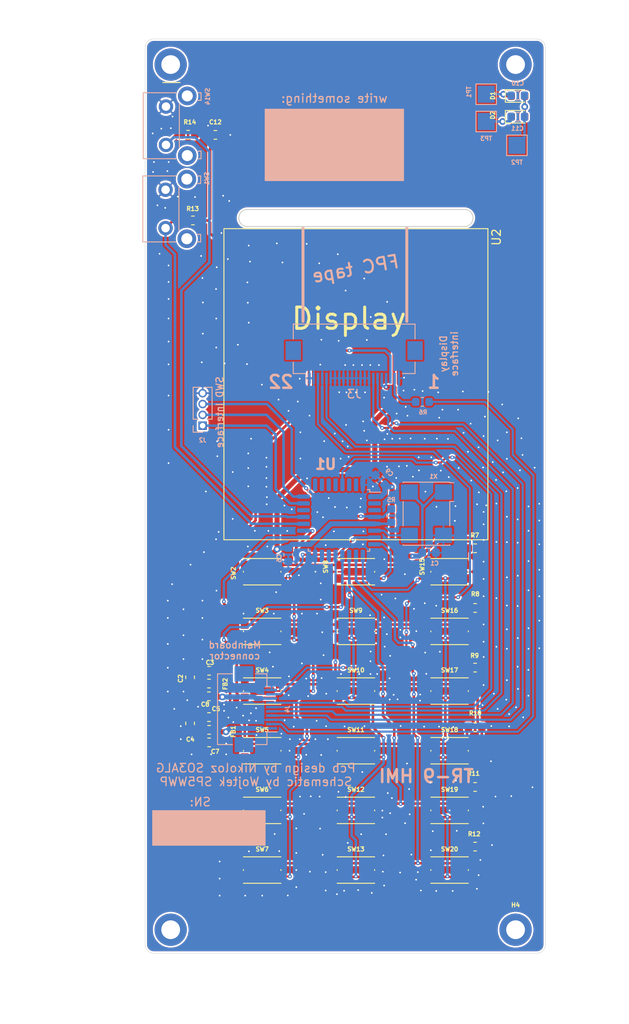
<source format=kicad_pcb>
(kicad_pcb (version 20171130) (host pcbnew 5.1.8-db9833491~87~ubuntu20.04.1)
  (layers (0 F.Cu signal) (31 B.Cu signal) (34 B.Paste user) (35 F.Paste user) (36 B.SilkS user) (37 F.SilkS user) (38 B.Mask user) (39 F.Mask user) (44 Edge.Cuts user))
  (net 0 "")
  (net 1 GND)
  (net 2 +3V3)
  (net 3 +5V)
  (net 4 "Net-(C7-Pad1)")
  (net 5 "Net-(C8-Pad1)")
  (net 6 NRST)
  (net 7 SWCLK)
  (net 8 SWDIO)
  (net 9 TFT_RST)
  (net 10 SPI1_MOSI)
  (net 11 SPI1_CS)
  (net 12 SPI1_SCK)
  (net 13 TX)
  (net 14 TFT_LED)
  (net 15 R6)
  (net 16 R5)
  (net 17 R4)
  (net 18 R3)
  (net 19 R2)
  (net 20 R1)
  (net 21 F1)
  (net 22 F2)
  (net 23 C1)
  (net 24 C2)
  (net 25 C3)
  (net 26 "Net-(U1-Pad31)")
  (net 27 "Net-(U1-Pad30)")
  (net 28 "Net-(U1-Pad28)")
  (net 29 "Net-(U1-Pad27)")
  (net 30 "Net-(U1-Pad26)")
  (net 31 "Net-(U1-Pad25)")
  (net 32 "Net-(U1-Pad15)")
  (net 33 "Net-(U1-Pad14)")
  (net 34 OSC)
  (net 35 "Net-(U1-Pad3)")
  (net 36 "Net-(U1-Pad2)")
  (net 37 "Net-(U1-Pad22)")
  (net 38 "Net-(J3-Pad21)")
  (net 39 "Net-(C10-Pad2)")
  (net 40 "Net-(C10-Pad1)")
  (net 41 "Net-(C11-Pad2)")
  (module Connector_PinHeader_1.27mm:PinHeader_1x04_P1.27mm_Vertical (layer B.Cu) (at 125 79.8672)
    (fp_text reference J2 (at 0 1.695) (layer B.SilkS) (effects (font (size 0.5 0.5)) (justify mirror)))
    (fp_text value SWD)
    (pad 4 thru_hole oval (at 0 -3.81) (size 1 1) (drill 0.65) (layers *.Cu *.Mask) (net 1 GND))
    (pad 3 thru_hole oval (at 0 -2.54) (size 1 1) (drill 0.65) (layers *.Cu *.Mask) (net 6 NRST))
    (pad 2 thru_hole oval (at 0 -1.27) (size 1 1) (drill 0.65) (layers *.Cu *.Mask) (net 7 SWCLK))
    (pad 1 thru_hole rect (at 0 0) (size 1 1) (drill 0.65) (layers *.Cu *.Mask) (net 8 SWDIO))
  )
  (module Button_Switch_THT:SW_Tactile_SKHH_Angled (layer B.Cu) (at 120.6472 52.1866 270)
    (fp_text reference SW1 (at -1.32168 -4.84124 270) (layer B.SilkS) (effects (font (size 0.5 0.5)) (justify mirror)))
    (fp_text value SW_Push)
    (pad 1 thru_hole circle (at 0 0 90) (size 1.7 1.7) (drill 1) (layers *.Cu *.Mask) (net 1 GND))
    (pad 2 thru_hole circle (at 4.5 0 90) (size 1.7 1.7) (drill 1) (layers *.Cu *.Mask) (net 21 F1))
    (pad "" thru_hole circle (at -1.25 -2.5 90) (size 2.2 2.2) (drill 1.3) (layers *.Cu *.Mask))
    (pad "" thru_hole circle (at 5.75 -2.5 90) (size 2.2 2.2) (drill 1.3) (layers *.Cu *.Mask))
  )
  (module Button_Switch_THT:SW_Tactile_SKHH_Angled (layer B.Cu) (at 120.698 42.4276 270)
    (fp_text reference SW14 (at -1.18452 -4.89204 270) (layer B.SilkS) (effects (font (size 0.5 0.5)) (justify mirror)))
    (fp_text value SW_Push)
    (pad 1 thru_hole circle (at 0 0 90) (size 1.7 1.7) (drill 1) (layers *.Cu *.Mask) (net 1 GND))
    (pad 2 thru_hole circle (at 4.5 0 90) (size 1.7 1.7) (drill 1) (layers *.Cu *.Mask) (net 22 F2))
    (pad "" thru_hole circle (at -1.25 -2.5 90) (size 2.2 2.2) (drill 1.3) (layers *.Cu *.Mask))
    (pad "" thru_hole circle (at 5.75 -2.5 90) (size 2.2 2.2) (drill 1.3) (layers *.Cu *.Mask))
  )
  (module HMI:DEM_128128A_TMH-PW-N (layer F.Cu) (at 143 75 180)
    (fp_text reference U2 (at -16.5 17.25 270) (layer F.SilkS))
    (fp_text value "DEM 128128A TMH-PW-N")
  )
  (module MountingHole:MountingHole_2.2mm_M2_ISO14580_Pad (layer F.Cu) (at 161.75 139)
    (fp_text reference H4 (at 0 -2.9) (layer F.SilkS) (effects (font (size 0.5 0.5) (thickness 0.125))))
    (fp_text value M2)
    (pad 1 thru_hole circle (at 0 0) (size 3.8 3.8) (drill 2.2) (layers *.Cu *.Mask))
  )
  (module MountingHole:MountingHole_2.2mm_M2_ISO14580_Pad (layer F.Cu) (at 161.75 37.5)
    (fp_text reference H3 hide)
    (fp_text value M2)
    (pad 1 thru_hole circle (at 0 0) (size 3.8 3.8) (drill 2.2) (layers *.Cu *.Mask))
  )
  (module MountingHole:MountingHole_2.2mm_M2_ISO14580_Pad (layer F.Cu) (at 121.25 37.5)
    (fp_text reference H2 hide)
    (fp_text value M2)
    (pad 1 thru_hole circle (at 0 0) (size 3.8 3.8) (drill 2.2) (layers *.Cu *.Mask))
  )
  (module MountingHole:MountingHole_2.2mm_M2_ISO14580_Pad (layer F.Cu) (at 121.25 139)
    (fp_text reference H1 hide)
    (fp_text value M2)
    (pad 1 thru_hole circle (at 0 0) (size 3.8 3.8) (drill 2.2) (layers *.Cu *.Mask))
  )
  (module Capacitor_SMD:C_0603_1608Metric (layer F.Cu) (at 126.5 45.75)
    (fp_text reference C12 (at 0 -1.5) (layer F.SilkS) (effects (font (size 0.5 0.5) (thickness 0.125))))
    (fp_text value 1u)
    (pad 2 smd roundrect (at 0.7875 0) (size 0.875 0.95) (layers F.Cu F.Paste F.Mask) (net 1 GND))
    (pad 1 smd roundrect (at -0.7875 0) (size 0.875 0.95) (layers F.Cu F.Paste F.Mask) (net 2 +3V3))
  )
  (module TestPoint:TestPoint_Pad_2.0x2.0mm (layer B.Cu) (at 158.3008 44.1802)
    (fp_text reference TP3 (at 0 1.998) (layer B.SilkS) (effects (font (size 0.5 0.5) (thickness 0.125)) (justify mirror)))
    (fp_text value TestPoint)
    (pad 1 smd rect (at 0 0) (size 2 2) (layers B.Cu B.Mask) (net 41 "Net-(C11-Pad2)"))
  )
  (module TestPoint:TestPoint_Pad_2.0x2.0mm (layer B.Cu) (at 161.9076 46.9742)
    (fp_text reference TP2 (at 0 1.998) (layer B.SilkS) (effects (font (size 0.5 0.5) (thickness 0.125)) (justify mirror)))
    (fp_text value TestPoint)
    (pad 1 smd rect (at 0 0) (size 2 2) (layers B.Cu B.Mask) (net 40 "Net-(C10-Pad1)"))
  )
  (module TestPoint:TestPoint_Pad_2.0x2.0mm (layer B.Cu) (at 158.3008 40.9798)
    (fp_text reference TP1 (at -2.032 -0.254 90) (layer B.SilkS) (effects (font (size 0.5 0.5) (thickness 0.125)) (justify mirror)))
    (fp_text value TestPoint)
    (pad 1 smd rect (at 0 0) (size 2 2) (layers B.Cu B.Mask) (net 39 "Net-(C10-Pad2)"))
  )
  (module Diode_SMD:D_0603_1608Metric (layer F.Cu) (at 162.0347 43.6214)
    (fp_text reference D2 (at -2.9592 -0.1905 90) (layer F.SilkS) (effects (font (size 0.5 0.5) (thickness 0.125))))
    (fp_text value LED)
    (pad 2 smd roundrect (at 0.7875 0) (size 0.875 0.95) (layers F.Cu F.Paste F.Mask) (net 40 "Net-(C10-Pad1)"))
    (pad 1 smd roundrect (at -0.7875 0) (size 0.875 0.95) (layers F.Cu F.Paste F.Mask) (net 41 "Net-(C11-Pad2)"))
  )
  (module Diode_SMD:D_0603_1608Metric (layer F.Cu) (at 162.0345 41.183)
    (fp_text reference D1 (at -2.959 -0.0381 90) (layer F.SilkS) (effects (font (size 0.5 0.5) (thickness 0.125))))
    (fp_text value LED)
    (pad 2 smd roundrect (at 0.7875 0) (size 0.875 0.95) (layers F.Cu F.Paste F.Mask) (net 40 "Net-(C10-Pad1)"))
    (pad 1 smd roundrect (at -0.7875 0) (size 0.875 0.95) (layers F.Cu F.Paste F.Mask) (net 39 "Net-(C10-Pad2)"))
  )
  (module Capacitor_SMD:C_0603_1608Metric (layer B.Cu) (at 162.0092 43.6214 180)
    (fp_text reference C11 (at 0.0508 -1.3716) (layer B.SilkS) (effects (font (size 0.5 0.5) (thickness 0.125)) (justify mirror)))
    (fp_text value 100n)
    (pad 2 smd roundrect (at 0.7875 0 180) (size 0.875 0.95) (layers B.Cu B.Paste B.Mask) (net 41 "Net-(C11-Pad2)"))
    (pad 1 smd roundrect (at -0.7875 0 180) (size 0.875 0.95) (layers B.Cu B.Paste B.Mask) (net 40 "Net-(C10-Pad1)"))
  )
  (module Capacitor_SMD:C_0603_1608Metric (layer B.Cu) (at 162.0092 41.1322 180)
    (fp_text reference C10 (at 0 1.43) (layer B.SilkS) (effects (font (size 0.5 0.5) (thickness 0.125)) (justify mirror)))
    (fp_text value 100n)
    (pad 2 smd roundrect (at 0.7875 0 180) (size 0.875 0.95) (layers B.Cu B.Paste B.Mask) (net 39 "Net-(C10-Pad2)"))
    (pad 1 smd roundrect (at -0.7875 0 180) (size 0.875 0.95) (layers B.Cu B.Paste B.Mask) (net 40 "Net-(C10-Pad1)"))
  )
  (module Button_Switch_SMD:SW_Push_1P1T_NO_CK_KMR2 (layer F.Cu) (at 131.99402 97)
    (fp_text reference SW2 (at -3.37312 0.17272 90) (layer F.SilkS) (effects (font (size 0.5 0.5))))
    (fp_text value SW_Push)
    (pad 2 smd rect (at 2.05 0.8) (size 0.9 1) (layers F.Cu F.Paste F.Mask) (net 23 C1))
    (pad 1 smd rect (at 2.05 -0.8) (size 0.9 1) (layers F.Cu F.Paste F.Mask) (net 15 R6))
    (pad 2 smd rect (at -2.05 0.8) (size 0.9 1) (layers F.Cu F.Paste F.Mask) (net 23 C1))
    (pad 1 smd rect (at -2.05 -0.8) (size 0.9 1) (layers F.Cu F.Paste F.Mask) (net 15 R6))
  )
  (module Button_Switch_SMD:SW_Push_1P1T_NO_CK_KMR2 (layer F.Cu) (at 154 132)
    (fp_text reference SW20 (at 0 -2.45) (layer F.SilkS) (effects (font (size 0.5 0.5))))
    (fp_text value SW_Push)
    (pad 2 smd rect (at 2.05 0.8) (size 0.9 1) (layers F.Cu F.Paste F.Mask) (net 25 C3))
    (pad 1 smd rect (at 2.05 -0.8) (size 0.9 1) (layers F.Cu F.Paste F.Mask) (net 20 R1))
    (pad 2 smd rect (at -2.05 0.8) (size 0.9 1) (layers F.Cu F.Paste F.Mask) (net 25 C3))
    (pad 1 smd rect (at -2.05 -0.8) (size 0.9 1) (layers F.Cu F.Paste F.Mask) (net 20 R1))
  )
  (module Button_Switch_SMD:SW_Push_1P1T_NO_CK_KMR2 (layer F.Cu) (at 154 125)
    (fp_text reference SW19 (at 0 -2.45) (layer F.SilkS) (effects (font (size 0.5 0.5))))
    (fp_text value SW_Push)
    (pad 2 smd rect (at 2.05 0.8) (size 0.9 1) (layers F.Cu F.Paste F.Mask) (net 25 C3))
    (pad 1 smd rect (at 2.05 -0.8) (size 0.9 1) (layers F.Cu F.Paste F.Mask) (net 19 R2))
    (pad 2 smd rect (at -2.05 0.8) (size 0.9 1) (layers F.Cu F.Paste F.Mask) (net 25 C3))
    (pad 1 smd rect (at -2.05 -0.8) (size 0.9 1) (layers F.Cu F.Paste F.Mask) (net 19 R2))
  )
  (module Button_Switch_SMD:SW_Push_1P1T_NO_CK_KMR2 (layer F.Cu) (at 154 118)
    (fp_text reference SW18 (at 0 -2.45) (layer F.SilkS) (effects (font (size 0.5 0.5))))
    (fp_text value SW_Push)
    (pad 2 smd rect (at 2.05 0.8) (size 0.9 1) (layers F.Cu F.Paste F.Mask) (net 25 C3))
    (pad 1 smd rect (at 2.05 -0.8) (size 0.9 1) (layers F.Cu F.Paste F.Mask) (net 18 R3))
    (pad 2 smd rect (at -2.05 0.8) (size 0.9 1) (layers F.Cu F.Paste F.Mask) (net 25 C3))
    (pad 1 smd rect (at -2.05 -0.8) (size 0.9 1) (layers F.Cu F.Paste F.Mask) (net 18 R3))
  )
  (module Button_Switch_SMD:SW_Push_1P1T_NO_CK_KMR2 (layer F.Cu) (at 154 111)
    (fp_text reference SW17 (at 0 -2.45) (layer F.SilkS) (effects (font (size 0.5 0.5))))
    (fp_text value SW_Push)
    (pad 2 smd rect (at 2.05 0.8) (size 0.9 1) (layers F.Cu F.Paste F.Mask) (net 25 C3))
    (pad 1 smd rect (at 2.05 -0.8) (size 0.9 1) (layers F.Cu F.Paste F.Mask) (net 17 R4))
    (pad 2 smd rect (at -2.05 0.8) (size 0.9 1) (layers F.Cu F.Paste F.Mask) (net 25 C3))
    (pad 1 smd rect (at -2.05 -0.8) (size 0.9 1) (layers F.Cu F.Paste F.Mask) (net 17 R4))
  )
  (module Button_Switch_SMD:SW_Push_1P1T_NO_CK_KMR2 (layer F.Cu) (at 154 104)
    (fp_text reference SW16 (at 0 -2.45) (layer F.SilkS) (effects (font (size 0.5 0.5))))
    (fp_text value SW_Push)
    (pad 2 smd rect (at 2.05 0.8) (size 0.9 1) (layers F.Cu F.Paste F.Mask) (net 25 C3))
    (pad 1 smd rect (at 2.05 -0.8) (size 0.9 1) (layers F.Cu F.Paste F.Mask) (net 16 R5))
    (pad 2 smd rect (at -2.05 0.8) (size 0.9 1) (layers F.Cu F.Paste F.Mask) (net 25 C3))
    (pad 1 smd rect (at -2.05 -0.8) (size 0.9 1) (layers F.Cu F.Paste F.Mask) (net 16 R5))
  )
  (module Button_Switch_SMD:SW_Push_1P1T_NO_CK_KMR2 (layer F.Cu) (at 154 97)
    (fp_text reference SW15 (at -3.22072 -0.58928 90) (layer F.SilkS) (effects (font (size 0.5 0.5))))
    (fp_text value SW_Push)
    (pad 2 smd rect (at 2.05 0.8) (size 0.9 1) (layers F.Cu F.Paste F.Mask) (net 25 C3))
    (pad 1 smd rect (at 2.05 -0.8) (size 0.9 1) (layers F.Cu F.Paste F.Mask) (net 15 R6))
    (pad 2 smd rect (at -2.05 0.8) (size 0.9 1) (layers F.Cu F.Paste F.Mask) (net 25 C3))
    (pad 1 smd rect (at -2.05 -0.8) (size 0.9 1) (layers F.Cu F.Paste F.Mask) (net 15 R6))
  )
  (module Button_Switch_SMD:SW_Push_1P1T_NO_CK_KMR2 (layer F.Cu) (at 143 132)
    (fp_text reference SW13 (at 0 -2.45) (layer F.SilkS) (effects (font (size 0.5 0.5))))
    (fp_text value SW_Push)
    (pad 1 smd rect (at -2.05 -0.8) (size 0.9 1) (layers F.Cu F.Paste F.Mask) (net 20 R1))
    (pad 2 smd rect (at -2.05 0.8) (size 0.9 1) (layers F.Cu F.Paste F.Mask) (net 24 C2))
    (pad 1 smd rect (at 2.05 -0.8) (size 0.9 1) (layers F.Cu F.Paste F.Mask) (net 20 R1))
    (pad 2 smd rect (at 2.05 0.8) (size 0.9 1) (layers F.Cu F.Paste F.Mask) (net 24 C2))
  )
  (module Button_Switch_SMD:SW_Push_1P1T_NO_CK_KMR2 (layer F.Cu) (at 143 125)
    (fp_text reference SW12 (at 0 -2.45) (layer F.SilkS) (effects (font (size 0.5 0.5))))
    (fp_text value SW_Push)
    (pad 1 smd rect (at -2.05 -0.8) (size 0.9 1) (layers F.Cu F.Paste F.Mask) (net 19 R2))
    (pad 2 smd rect (at -2.05 0.8) (size 0.9 1) (layers F.Cu F.Paste F.Mask) (net 24 C2))
    (pad 1 smd rect (at 2.05 -0.8) (size 0.9 1) (layers F.Cu F.Paste F.Mask) (net 19 R2))
    (pad 2 smd rect (at 2.05 0.8) (size 0.9 1) (layers F.Cu F.Paste F.Mask) (net 24 C2))
  )
  (module Button_Switch_SMD:SW_Push_1P1T_NO_CK_KMR2 (layer F.Cu) (at 143 118)
    (fp_text reference SW11 (at 0 -2.45) (layer F.SilkS) (effects (font (size 0.5 0.5))))
    (fp_text value SW_Push)
    (pad 1 smd rect (at -2.05 -0.8) (size 0.9 1) (layers F.Cu F.Paste F.Mask) (net 18 R3))
    (pad 2 smd rect (at -2.05 0.8) (size 0.9 1) (layers F.Cu F.Paste F.Mask) (net 24 C2))
    (pad 1 smd rect (at 2.05 -0.8) (size 0.9 1) (layers F.Cu F.Paste F.Mask) (net 18 R3))
    (pad 2 smd rect (at 2.05 0.8) (size 0.9 1) (layers F.Cu F.Paste F.Mask) (net 24 C2))
  )
  (module Button_Switch_SMD:SW_Push_1P1T_NO_CK_KMR2 (layer F.Cu) (at 143 111)
    (fp_text reference SW10 (at 0 -2.45) (layer F.SilkS) (effects (font (size 0.5 0.5))))
    (fp_text value SW_Push)
    (pad 1 smd rect (at -2.05 -0.8) (size 0.9 1) (layers F.Cu F.Paste F.Mask) (net 17 R4))
    (pad 2 smd rect (at -2.05 0.8) (size 0.9 1) (layers F.Cu F.Paste F.Mask) (net 24 C2))
    (pad 1 smd rect (at 2.05 -0.8) (size 0.9 1) (layers F.Cu F.Paste F.Mask) (net 17 R4))
    (pad 2 smd rect (at 2.05 0.8) (size 0.9 1) (layers F.Cu F.Paste F.Mask) (net 24 C2))
  )
  (module Button_Switch_SMD:SW_Push_1P1T_NO_CK_KMR2 (layer F.Cu) (at 143 104)
    (fp_text reference SW9 (at 0 -2.45) (layer F.SilkS) (effects (font (size 0.5 0.5))))
    (fp_text value SW_Push)
    (pad 1 smd rect (at -2.05 -0.8) (size 0.9 1) (layers F.Cu F.Paste F.Mask) (net 16 R5))
    (pad 2 smd rect (at -2.05 0.8) (size 0.9 1) (layers F.Cu F.Paste F.Mask) (net 24 C2))
    (pad 1 smd rect (at 2.05 -0.8) (size 0.9 1) (layers F.Cu F.Paste F.Mask) (net 16 R5))
    (pad 2 smd rect (at 2.05 0.8) (size 0.9 1) (layers F.Cu F.Paste F.Mask) (net 24 C2))
  )
  (module Button_Switch_SMD:SW_Push_1P1T_NO_CK_KMR2 (layer F.Cu) (at 143 97)
    (fp_text reference SW8 (at -3.55092 -0.58928 90) (layer F.SilkS) (effects (font (size 0.5 0.5))))
    (fp_text value SW_Push)
    (pad 1 smd rect (at -2.05 -0.8) (size 0.9 1) (layers F.Cu F.Paste F.Mask) (net 15 R6))
    (pad 2 smd rect (at -2.05 0.8) (size 0.9 1) (layers F.Cu F.Paste F.Mask) (net 24 C2))
    (pad 1 smd rect (at 2.05 -0.8) (size 0.9 1) (layers F.Cu F.Paste F.Mask) (net 15 R6))
    (pad 2 smd rect (at 2.05 0.8) (size 0.9 1) (layers F.Cu F.Paste F.Mask) (net 24 C2))
  )
  (module Button_Switch_SMD:SW_Push_1P1T_NO_CK_KMR2 (layer F.Cu) (at 131.99402 132)
    (fp_text reference SW7 (at 0 -2.45) (layer F.SilkS) (effects (font (size 0.5 0.5))))
    (fp_text value SW_Push)
    (pad 2 smd rect (at 2.05 0.8) (size 0.9 1) (layers F.Cu F.Paste F.Mask) (net 23 C1))
    (pad 1 smd rect (at 2.05 -0.8) (size 0.9 1) (layers F.Cu F.Paste F.Mask) (net 20 R1))
    (pad 2 smd rect (at -2.05 0.8) (size 0.9 1) (layers F.Cu F.Paste F.Mask) (net 23 C1))
    (pad 1 smd rect (at -2.05 -0.8) (size 0.9 1) (layers F.Cu F.Paste F.Mask) (net 20 R1))
  )
  (module Button_Switch_SMD:SW_Push_1P1T_NO_CK_KMR2 (layer F.Cu) (at 131.99402 125)
    (fp_text reference SW6 (at 0 -2.45) (layer F.SilkS) (effects (font (size 0.5 0.5))))
    (fp_text value SW_Push)
    (pad 2 smd rect (at 2.05 0.8) (size 0.9 1) (layers F.Cu F.Paste F.Mask) (net 23 C1))
    (pad 1 smd rect (at 2.05 -0.8) (size 0.9 1) (layers F.Cu F.Paste F.Mask) (net 19 R2))
    (pad 2 smd rect (at -2.05 0.8) (size 0.9 1) (layers F.Cu F.Paste F.Mask) (net 23 C1))
    (pad 1 smd rect (at -2.05 -0.8) (size 0.9 1) (layers F.Cu F.Paste F.Mask) (net 19 R2))
  )
  (module Button_Switch_SMD:SW_Push_1P1T_NO_CK_KMR2 (layer F.Cu) (at 132 118)
    (fp_text reference SW5 (at 0 -2.45) (layer F.SilkS) (effects (font (size 0.5 0.5))))
    (fp_text value SW_Push)
    (pad 2 smd rect (at 2.05 0.8) (size 0.9 1) (layers F.Cu F.Paste F.Mask) (net 23 C1))
    (pad 1 smd rect (at 2.05 -0.8) (size 0.9 1) (layers F.Cu F.Paste F.Mask) (net 18 R3))
    (pad 2 smd rect (at -2.05 0.8) (size 0.9 1) (layers F.Cu F.Paste F.Mask) (net 23 C1))
    (pad 1 smd rect (at -2.05 -0.8) (size 0.9 1) (layers F.Cu F.Paste F.Mask) (net 18 R3))
  )
  (module Button_Switch_SMD:SW_Push_1P1T_NO_CK_KMR2 (layer F.Cu) (at 132 111)
    (fp_text reference SW4 (at 0 -2.45) (layer F.SilkS) (effects (font (size 0.5 0.5))))
    (fp_text value SW_Push)
    (pad 2 smd rect (at 2.05 0.8) (size 0.9 1) (layers F.Cu F.Paste F.Mask) (net 23 C1))
    (pad 1 smd rect (at 2.05 -0.8) (size 0.9 1) (layers F.Cu F.Paste F.Mask) (net 17 R4))
    (pad 2 smd rect (at -2.05 0.8) (size 0.9 1) (layers F.Cu F.Paste F.Mask) (net 23 C1))
    (pad 1 smd rect (at -2.05 -0.8) (size 0.9 1) (layers F.Cu F.Paste F.Mask) (net 17 R4))
  )
  (module Button_Switch_SMD:SW_Push_1P1T_NO_CK_KMR2 (layer F.Cu) (at 131.99402 104)
    (fp_text reference SW3 (at 0 -2.45) (layer F.SilkS) (effects (font (size 0.5 0.5))))
    (fp_text value SW_Push)
    (pad 2 smd rect (at 2.05 0.8) (size 0.9 1) (layers F.Cu F.Paste F.Mask) (net 23 C1))
    (pad 1 smd rect (at 2.05 -0.8) (size 0.9 1) (layers F.Cu F.Paste F.Mask) (net 16 R5))
    (pad 2 smd rect (at -2.05 0.8) (size 0.9 1) (layers F.Cu F.Paste F.Mask) (net 23 C1))
    (pad 1 smd rect (at -2.05 -0.8) (size 0.9 1) (layers F.Cu F.Paste F.Mask) (net 16 R5))
  )
  (module Capacitor_SMD:C_0603_1608Metric (layer B.Cu) (at 145.831353 86.231853 135)
    (fp_text reference C9 (at -0.158883 1.382959 135) (layer B.SilkS) (effects (font (size 0.5 0.5) (thickness 0.125)) (justify mirror)))
    (fp_text value 1u)
    (pad 2 smd roundrect (at 0.7875 0 135) (size 0.875 0.95) (layers B.Cu B.Paste B.Mask) (net 1 GND))
    (pad 1 smd roundrect (at -0.7875 0 135) (size 0.875 0.95) (layers B.Cu B.Paste B.Mask) (net 2 +3V3))
  )
  (module Connector_FFC-FPC:Hirose_FH12-22S-0.5SH_1x22-1MP_P0.50mm_Horizontal (layer B.Cu) (at 142.794 72.4504)
    (fp_text reference J3 (at 0 3.7) (layer B.SilkS) (effects (justify mirror)))
    (fp_text value FH12-22S-0.5SH)
    (pad 22 smd rect (at 5.25 1.85) (size 0.3 1.3) (layers B.Cu B.Paste B.Mask) (net 1 GND))
    (pad 21 smd rect (at 4.75 1.85) (size 0.3 1.3) (layers B.Cu B.Paste B.Mask) (net 38 "Net-(J3-Pad21)"))
    (pad 20 smd rect (at 4.25 1.85) (size 0.3 1.3) (layers B.Cu B.Paste B.Mask) (net 3 +5V))
    (pad 19 smd rect (at 3.75 1.85) (size 0.3 1.3) (layers B.Cu B.Paste B.Mask) (net 2 +3V3))
    (pad 18 smd rect (at 3.25 1.85) (size 0.3 1.3) (layers B.Cu B.Paste B.Mask) (net 2 +3V3))
    (pad 17 smd rect (at 2.75 1.85) (size 0.3 1.3) (layers B.Cu B.Paste B.Mask) (net 12 SPI1_SCK))
    (pad 16 smd rect (at 2.25 1.85) (size 0.3 1.3) (layers B.Cu B.Paste B.Mask) (net 11 SPI1_CS))
    (pad 15 smd rect (at 1.75 1.85) (size 0.3 1.3) (layers B.Cu B.Paste B.Mask) (net 1 GND))
    (pad 14 smd rect (at 1.25 1.85) (size 0.3 1.3) (layers B.Cu B.Paste B.Mask) (net 1 GND))
    (pad 13 smd rect (at 0.75 1.85) (size 0.3 1.3) (layers B.Cu B.Paste B.Mask) (net 1 GND))
    (pad 12 smd rect (at 0.25 1.85) (size 0.3 1.3) (layers B.Cu B.Paste B.Mask) (net 1 GND))
    (pad 11 smd rect (at -0.25 1.85) (size 0.3 1.3) (layers B.Cu B.Paste B.Mask) (net 1 GND))
    (pad 10 smd rect (at -0.75 1.85) (size 0.3 1.3) (layers B.Cu B.Paste B.Mask) (net 1 GND))
    (pad 9 smd rect (at -1.25 1.85) (size 0.3 1.3) (layers B.Cu B.Paste B.Mask) (net 1 GND))
    (pad 8 smd rect (at -1.75 1.85) (size 0.3 1.3) (layers B.Cu B.Paste B.Mask) (net 1 GND))
    (pad 7 smd rect (at -2.25 1.85) (size 0.3 1.3) (layers B.Cu B.Paste B.Mask) (net 1 GND))
    (pad 6 smd rect (at -2.75 1.85) (size 0.3 1.3) (layers B.Cu B.Paste B.Mask) (net 1 GND))
    (pad 5 smd rect (at -3.25 1.85) (size 0.3 1.3) (layers B.Cu B.Paste B.Mask) (net 10 SPI1_MOSI))
    (pad 4 smd rect (at -3.75 1.85) (size 0.3 1.3) (layers B.Cu B.Paste B.Mask) (net 1 GND))
    (pad 3 smd rect (at -4.25 1.85) (size 0.3 1.3) (layers B.Cu B.Paste B.Mask) (net 9 TFT_RST))
    (pad 2 smd rect (at -4.75 1.85) (size 0.3 1.3) (layers B.Cu B.Paste B.Mask) (net 1 GND))
    (pad 1 smd rect (at -5.25 1.85) (size 0.3 1.3) (layers B.Cu B.Paste B.Mask) (net 1 GND))
    (pad MP smd rect (at -7.15 -1.4) (size 1.8 2.2) (layers B.Cu B.Paste B.Mask))
    (pad MP smd rect (at 7.15 -1.4) (size 1.8 2.2) (layers B.Cu B.Paste B.Mask))
  )
  (module Oscillator:Oscillator_SMD_Abracon_ASV-4Pin_7.0x5.1mm (layer B.Cu) (at 151.2838 90.1923 270)
    (fp_text reference X1 (at -4.3688 -0.8194) (layer B.SilkS) (effects (font (size 0.5 0.5)) (justify mirror)))
    (fp_text value ASV-4.000MHZ-EJ-T hide)
    (pad 4 smd rect (at -2.54 2 270) (size 1.8 2) (layers B.Cu B.Paste B.Mask) (net 2 +3V3))
    (pad 3 smd rect (at 2.54 2 270) (size 1.8 2) (layers B.Cu B.Paste B.Mask) (net 34 OSC))
    (pad 2 smd rect (at 2.54 -2 270) (size 1.8 2) (layers B.Cu B.Paste B.Mask) (net 1 GND))
    (pad 1 smd rect (at -2.54 -2 270) (size 1.8 2) (layers B.Cu B.Paste B.Mask) (net 2 +3V3))
  )
  (module Capacitor_SMD:C_0603_1608Metric (layer F.Cu) (at 123.5282 109.382 270)
    (fp_text reference C2 (at 0.1524 1.1176 270) (layer F.SilkS) (effects (font (size 0.5 0.5))))
    (fp_text value 100n)
    (pad 2 smd roundrect (at 0.7875 0 270) (size 0.875 0.95) (layers F.Cu F.Paste F.Mask) (net 1 GND))
    (pad 1 smd roundrect (at -0.7875 0 270) (size 0.875 0.95) (layers F.Cu F.Paste F.Mask) (net 2 +3V3))
  )
  (module Package_QFP:LQFP-32_7x7mm_P0.8mm (layer B.Cu) (at 141.0128 90.9797 180)
    (fp_text reference U1 (at 1.5588 6.5913 180) (layer B.SilkS) (effects (font (size 1.2 1.2) (thickness 0.3)) (justify mirror)))
    (fp_text value STM32L011K4Tx hide)
    (pad 32 smd roundrect (at -2.8 4.175 180) (size 0.5 1.5) (layers B.Cu B.Paste B.Mask) (net 1 GND))
    (pad 31 smd roundrect (at -2 4.175 180) (size 0.5 1.5) (layers B.Cu B.Paste B.Mask) (net 26 "Net-(U1-Pad31)"))
    (pad 30 smd roundrect (at -1.2 4.175 180) (size 0.5 1.5) (layers B.Cu B.Paste B.Mask) (net 27 "Net-(U1-Pad30)"))
    (pad 29 smd roundrect (at -0.4 4.175 180) (size 0.5 1.5) (layers B.Cu B.Paste B.Mask) (net 13 TX))
    (pad 28 smd roundrect (at 0.4 4.175 180) (size 0.5 1.5) (layers B.Cu B.Paste B.Mask) (net 28 "Net-(U1-Pad28)"))
    (pad 27 smd roundrect (at 1.2 4.175 180) (size 0.5 1.5) (layers B.Cu B.Paste B.Mask) (net 29 "Net-(U1-Pad27)"))
    (pad 26 smd roundrect (at 2 4.175 180) (size 0.5 1.5) (layers B.Cu B.Paste B.Mask) (net 30 "Net-(U1-Pad26)"))
    (pad 25 smd roundrect (at 2.8 4.175 180) (size 0.5 1.5) (layers B.Cu B.Paste B.Mask) (net 31 "Net-(U1-Pad25)"))
    (pad 24 smd roundrect (at 4.175 2.8 180) (size 1.5 0.5) (layers B.Cu B.Paste B.Mask) (net 7 SWCLK))
    (pad 23 smd roundrect (at 4.175 2 180) (size 1.5 0.5) (layers B.Cu B.Paste B.Mask) (net 8 SWDIO))
    (pad 22 smd roundrect (at 4.175 1.2 180) (size 1.5 0.5) (layers B.Cu B.Paste B.Mask) (net 37 "Net-(U1-Pad22)"))
    (pad 21 smd roundrect (at 4.175 0.4 180) (size 1.5 0.5) (layers B.Cu B.Paste B.Mask) (net 22 F2))
    (pad 20 smd roundrect (at 4.175 -0.4 180) (size 1.5 0.5) (layers B.Cu B.Paste B.Mask) (net 21 F1))
    (pad 19 smd roundrect (at 4.175 -1.2 180) (size 1.5 0.5) (layers B.Cu B.Paste B.Mask) (net 15 R6))
    (pad 18 smd roundrect (at 4.175 -2 180) (size 1.5 0.5) (layers B.Cu B.Paste B.Mask) (net 16 R5))
    (pad 17 smd roundrect (at 4.175 -2.8 180) (size 1.5 0.5) (layers B.Cu B.Paste B.Mask) (net 2 +3V3))
    (pad 16 smd roundrect (at 2.8 -4.175 180) (size 0.5 1.5) (layers B.Cu B.Paste B.Mask) (net 1 GND))
    (pad 15 smd roundrect (at 2 -4.175 180) (size 0.5 1.5) (layers B.Cu B.Paste B.Mask) (net 32 "Net-(U1-Pad15)"))
    (pad 14 smd roundrect (at 1.2 -4.175 180) (size 0.5 1.5) (layers B.Cu B.Paste B.Mask) (net 33 "Net-(U1-Pad14)"))
    (pad 13 smd roundrect (at 0.4 -4.175 180) (size 0.5 1.5) (layers B.Cu B.Paste B.Mask) (net 17 R4))
    (pad 12 smd roundrect (at -0.4 -4.175 180) (size 0.5 1.5) (layers B.Cu B.Paste B.Mask) (net 18 R3))
    (pad 11 smd roundrect (at -1.2 -4.175 180) (size 0.5 1.5) (layers B.Cu B.Paste B.Mask) (net 19 R2))
    (pad 10 smd roundrect (at -2 -4.175 180) (size 0.5 1.5) (layers B.Cu B.Paste B.Mask) (net 20 R1))
    (pad 9 smd roundrect (at -2.8 -4.175 180) (size 0.5 1.5) (layers B.Cu B.Paste B.Mask) (net 25 C3))
    (pad 8 smd roundrect (at -4.175 -2.8 180) (size 1.5 0.5) (layers B.Cu B.Paste B.Mask) (net 24 C2))
    (pad 7 smd roundrect (at -4.175 -2 180) (size 1.5 0.5) (layers B.Cu B.Paste B.Mask) (net 23 C1))
    (pad 6 smd roundrect (at -4.175 -1.2 180) (size 1.5 0.5) (layers B.Cu B.Paste B.Mask) (net 34 OSC))
    (pad 5 smd roundrect (at -4.175 -0.4 180) (size 1.5 0.5) (layers B.Cu B.Paste B.Mask) (net 2 +3V3))
    (pad 4 smd roundrect (at -4.175 0.4 180) (size 1.5 0.5) (layers B.Cu B.Paste B.Mask) (net 6 NRST))
    (pad 3 smd roundrect (at -4.175 1.2 180) (size 1.5 0.5) (layers B.Cu B.Paste B.Mask) (net 35 "Net-(U1-Pad3)"))
    (pad 2 smd roundrect (at -4.175 2 180) (size 1.5 0.5) (layers B.Cu B.Paste B.Mask) (net 36 "Net-(U1-Pad2)"))
    (pad 1 smd roundrect (at -4.175 2.8 180) (size 1.5 0.5) (layers B.Cu B.Paste B.Mask) (net 2 +3V3))
  )
  (module Resistor_SMD:R_0603_1608Metric (layer F.Cu) (at 123.2996 45.7296 180)
    (fp_text reference R14 (at -0.2004 1.4796 180) (layer F.SilkS) (effects (font (size 0.5 0.5))))
    (fp_text value 47k)
    (pad 2 smd roundrect (at 0.7875 0 180) (size 0.875 0.95) (layers F.Cu F.Paste F.Mask) (net 22 F2))
    (pad 1 smd roundrect (at -0.7875 0 180) (size 0.875 0.95) (layers F.Cu F.Paste F.Mask) (net 2 +3V3))
  )
  (module Resistor_SMD:R_0603_1608Metric (layer F.Cu) (at 123.8584 55.788 180)
    (fp_text reference R13 (at 0.0254 1.3716 180) (layer F.SilkS) (effects (font (size 0.5 0.5))))
    (fp_text value 47k)
    (pad 2 smd roundrect (at 0.7875 0 180) (size 0.875 0.95) (layers F.Cu F.Paste F.Mask) (net 21 F1))
    (pad 1 smd roundrect (at -0.7875 0 180) (size 0.875 0.95) (layers F.Cu F.Paste F.Mask) (net 2 +3V3))
  )
  (module Resistor_SMD:R_0603_1608Metric (layer F.Cu) (at 157 129.25 180)
    (fp_text reference R12 (at 0.10668 1.47828) (layer F.SilkS) (effects (font (size 0.5 0.5))))
    (fp_text value 47k)
    (pad 2 smd roundrect (at 0.7875 0 180) (size 0.875 0.95) (layers F.Cu F.Paste F.Mask) (net 20 R1))
    (pad 1 smd roundrect (at -0.7875 0 180) (size 0.875 0.95) (layers F.Cu F.Paste F.Mask) (net 2 +3V3))
  )
  (module Resistor_SMD:R_0603_1608Metric (layer F.Cu) (at 157 122.25 180)
    (fp_text reference R11 (at 0.18288 1.57988) (layer F.SilkS) (effects (font (size 0.5 0.5))))
    (fp_text value 47k)
    (pad 2 smd roundrect (at 0.7875 0 180) (size 0.875 0.95) (layers F.Cu F.Paste F.Mask) (net 19 R2))
    (pad 1 smd roundrect (at -0.7875 0 180) (size 0.875 0.95) (layers F.Cu F.Paste F.Mask) (net 2 +3V3))
  )
  (module Resistor_SMD:R_0603_1608Metric (layer F.Cu) (at 157 115.25 180)
    (fp_text reference R10 (at -0.02032 1.65608) (layer F.SilkS) (effects (font (size 0.5 0.5))))
    (fp_text value 47k)
    (pad 2 smd roundrect (at 0.7875 0 180) (size 0.875 0.95) (layers F.Cu F.Paste F.Mask) (net 18 R3))
    (pad 1 smd roundrect (at -0.7875 0 180) (size 0.875 0.95) (layers F.Cu F.Paste F.Mask) (net 2 +3V3))
  )
  (module Resistor_SMD:R_0603_1608Metric (layer F.Cu) (at 157 108.25 180)
    (fp_text reference R9 (at 0.05588 1.40208) (layer F.SilkS) (effects (font (size 0.5 0.5))))
    (fp_text value 47k)
    (pad 2 smd roundrect (at 0.7875 0 180) (size 0.875 0.95) (layers F.Cu F.Paste F.Mask) (net 17 R4))
    (pad 1 smd roundrect (at -0.7875 0 180) (size 0.875 0.95) (layers F.Cu F.Paste F.Mask) (net 2 +3V3))
  )
  (module Resistor_SMD:R_0603_1608Metric (layer F.Cu) (at 157 101.25 180)
    (fp_text reference R8 (at -0.02032 1.63068) (layer F.SilkS) (effects (font (size 0.5 0.5))))
    (fp_text value 47k)
    (pad 2 smd roundrect (at 0.7875 0 180) (size 0.875 0.95) (layers F.Cu F.Paste F.Mask) (net 16 R5))
    (pad 1 smd roundrect (at -0.7875 0 180) (size 0.875 0.95) (layers F.Cu F.Paste F.Mask) (net 2 +3V3))
  )
  (module Resistor_SMD:R_0603_1608Metric (layer F.Cu) (at 157 94.25 180)
    (fp_text reference R7 (at 0.03048 1.52908) (layer F.SilkS) (effects (font (size 0.5 0.5))))
    (fp_text value 47k)
    (pad 2 smd roundrect (at 0.7875 0 180) (size 0.875 0.95) (layers F.Cu F.Paste F.Mask) (net 15 R6))
    (pad 1 smd roundrect (at -0.7875 0 180) (size 0.875 0.95) (layers F.Cu F.Paste F.Mask) (net 2 +3V3))
  )
  (module Resistor_SMD:R_0603_1608Metric (layer B.Cu) (at 150.8079 77.0732 180)
    (fp_text reference R6 (at -0.0761 -1.2192) (layer B.SilkS) (effects (font (size 0.5 0.5)) (justify mirror)))
    (fp_text value 47R)
    (pad 2 smd roundrect (at 0.7875 0 180) (size 0.875 0.95) (layers B.Cu B.Paste B.Mask) (net 38 "Net-(J3-Pad21)"))
    (pad 1 smd roundrect (at -0.7875 0 180) (size 0.875 0.95) (layers B.Cu B.Paste B.Mask) (net 14 TFT_LED))
  )
  (module Resistor_SMD:R_0603_1608Metric (layer B.Cu) (at 147.1502 90.4208 90)
    (fp_text reference R5 (at 1.8541 0) (layer B.SilkS) (effects (font (size 0.5 0.5)) (justify mirror)))
    (fp_text value 10k)
    (pad 2 smd roundrect (at 0.7875 0 90) (size 0.875 0.95) (layers B.Cu B.Paste B.Mask) (net 6 NRST))
    (pad 1 smd roundrect (at -0.7875 0 90) (size 0.875 0.95) (layers B.Cu B.Paste B.Mask) (net 2 +3V3))
  )
  (module Connector_FFC-FPC:Hirose_FH12-10S-0.5SH_1x10-1MP_P0.50mm_Horizontal (layer B.Cu) (at 131.254 113.1264 90)
    (fp_text reference J4 (at 0 3.7 90) (layer B.SilkS) (effects (font (size 0.5 0.5)) (justify mirror)))
    (fp_text value RIBBON)
    (pad 10 smd rect (at 2.25 1.85 90) (size 0.3 1.3) (layers B.Cu B.Paste B.Mask) (net 1 GND))
    (pad 9 smd rect (at 1.75 1.85 90) (size 0.3 1.3) (layers B.Cu B.Paste B.Mask) (net 9 TFT_RST))
    (pad 8 smd rect (at 1.25 1.85 90) (size 0.3 1.3) (layers B.Cu B.Paste B.Mask) (net 5 "Net-(C8-Pad1)"))
    (pad 7 smd rect (at 0.75 1.85 90) (size 0.3 1.3) (layers B.Cu B.Paste B.Mask) (net 13 TX))
    (pad 6 smd rect (at 0.25 1.85 90) (size 0.3 1.3) (layers B.Cu B.Paste B.Mask) (net 10 SPI1_MOSI))
    (pad 5 smd rect (at -0.25 1.85 90) (size 0.3 1.3) (layers B.Cu B.Paste B.Mask) (net 12 SPI1_SCK))
    (pad 4 smd rect (at -0.75 1.85 90) (size 0.3 1.3) (layers B.Cu B.Paste B.Mask) (net 11 SPI1_CS))
    (pad 3 smd rect (at -1.25 1.85 90) (size 0.3 1.3) (layers B.Cu B.Paste B.Mask) (net 1 GND))
    (pad 2 smd rect (at -1.75 1.85 90) (size 0.3 1.3) (layers B.Cu B.Paste B.Mask) (net 14 TFT_LED))
    (pad 1 smd rect (at -2.25 1.85 90) (size 0.3 1.3) (layers B.Cu B.Paste B.Mask) (net 4 "Net-(C7-Pad1)"))
    (pad MP smd rect (at -4.15 -1.4 90) (size 1.8 2.2) (layers B.Cu B.Paste B.Mask))
    (pad MP smd rect (at 4.15 -1.4 90) (size 1.8 2.2) (layers B.Cu B.Paste B.Mask))
  )
  (module Inductor_SMD:L_0603_1608Metric (layer F.Cu) (at 125.75 110.1186 180)
    (fp_text reference FB2 (at -1.9051 -0.0508 90) (layer F.SilkS) (effects (font (size 0.5 0.5))))
    (fp_text value Ferrite_Bead)
    (pad 2 smd roundrect (at 0.7875 0 180) (size 0.875 0.95) (layers F.Cu F.Paste F.Mask) (net 2 +3V3))
    (pad 1 smd roundrect (at -0.7875 0 180) (size 0.875 0.95) (layers F.Cu F.Paste F.Mask) (net 5 "Net-(C8-Pad1)"))
  )
  (module Inductor_SMD:L_0603_1608Metric (layer F.Cu) (at 125.7633 115.5542 180)
    (fp_text reference FB1 (at -2.8322 -0.2032 270) (layer F.SilkS) (effects (font (size 0.5 0.5))))
    (fp_text value Ferrite_Bead)
    (pad 2 smd roundrect (at 0.7875 0 180) (size 0.875 0.95) (layers F.Cu F.Paste F.Mask) (net 3 +5V))
    (pad 1 smd roundrect (at -0.7875 0 180) (size 0.875 0.95) (layers F.Cu F.Paste F.Mask) (net 4 "Net-(C7-Pad1)"))
  )
  (module Capacitor_SMD:C_0603_1608Metric (layer F.Cu) (at 125.7379 111.6172 180)
    (fp_text reference C8 (at 0.4317 -0.9398 180) (layer F.SilkS) (effects (font (size 0.5 0.5))))
    (fp_text value 100n)
    (pad 2 smd roundrect (at 0.7875 0 180) (size 0.875 0.95) (layers F.Cu F.Paste F.Mask) (net 1 GND))
    (pad 1 smd roundrect (at -0.7875 0 180) (size 0.875 0.95) (layers F.Cu F.Paste F.Mask) (net 5 "Net-(C8-Pad1)"))
  )
  (module Capacitor_SMD:C_0603_1608Metric (layer F.Cu) (at 125.7633 117.0274 180)
    (fp_text reference C7 (at -0.7113 -1.0668) (layer F.SilkS) (effects (font (size 0.5 0.5))))
    (fp_text value 100n)
    (pad 2 smd roundrect (at 0.7875 0 180) (size 0.875 0.95) (layers F.Cu F.Paste F.Mask) (net 1 GND))
    (pad 1 smd roundrect (at -0.7875 0 180) (size 0.875 0.95) (layers F.Cu F.Paste F.Mask) (net 4 "Net-(C7-Pad1)"))
  )
  (module Capacitor_SMD:C_0603_1608Metric (layer B.Cu) (at 135.0598 95.0183 270)
    (fp_text reference C6 (at 0.4064 1.0668 270) (layer B.SilkS) (effects (font (size 0.5 0.5)) (justify mirror)))
    (fp_text value 1u hide)
    (pad 2 smd roundrect (at 0.7875 0 270) (size 0.875 0.95) (layers B.Cu B.Paste B.Mask) (net 1 GND))
    (pad 1 smd roundrect (at -0.7875 0 270) (size 0.875 0.95) (layers B.Cu B.Paste B.Mask) (net 2 +3V3))
  )
  (module Capacitor_SMD:C_0603_1608Metric (layer F.Cu) (at 125.75 114.0556)
    (fp_text reference C5 (at 0.8256 -0.9652) (layer F.SilkS) (effects (font (size 0.5 0.5))))
    (fp_text value 1u)
    (pad 2 smd roundrect (at 0.7875 0) (size 0.875 0.95) (layers F.Cu F.Paste F.Mask) (net 1 GND))
    (pad 1 smd roundrect (at -0.7875 0) (size 0.875 0.95) (layers F.Cu F.Paste F.Mask) (net 3 +5V))
  )
  (module Capacitor_SMD:C_0603_1608Metric (layer F.Cu) (at 123.5282 114.7923 270)
    (fp_text reference C4 (at 1.8795 -0.0254) (layer F.SilkS) (effects (font (size 0.5 0.5))))
    (fp_text value 100n)
    (pad 2 smd roundrect (at 0.7875 0 270) (size 0.875 0.95) (layers F.Cu F.Paste F.Mask) (net 1 GND))
    (pad 1 smd roundrect (at -0.7875 0 270) (size 0.875 0.95) (layers F.Cu F.Paste F.Mask) (net 3 +5V))
  )
  (module Capacitor_SMD:C_0603_1608Metric (layer F.Cu) (at 125.7633 108.62)
    (fp_text reference C3 (at 0.1017 -0.9652 180) (layer F.SilkS) (effects (font (size 0.5 0.5))))
    (fp_text value 1u)
    (pad 2 smd roundrect (at 0.7875 0) (size 0.875 0.95) (layers F.Cu F.Paste F.Mask) (net 1 GND))
    (pad 1 smd roundrect (at -0.7875 0) (size 0.875 0.95) (layers F.Cu F.Paste F.Mask) (net 2 +3V3))
  )
  (module Capacitor_SMD:C_0603_1608Metric (layer B.Cu) (at 151.5953 94.7643)
    (fp_text reference C1 (at 0.6349 1.2446) (layer B.SilkS) (effects (font (size 0.5 0.5)) (justify mirror)))
    (fp_text value 10n hide)
    (pad 2 smd roundrect (at 0.7875 0) (size 0.875 0.95) (layers B.Cu B.Paste B.Mask) (net 1 GND))
    (pad 1 smd roundrect (at -0.7875 0) (size 0.875 0.95) (layers B.Cu B.Paste B.Mask) (net 2 +3V3))
  )
  (gr_arc (start 119.25 140.75) (end 118.25 140.75) (angle -90) (layer Edge.Cuts) (width 0.05))
  (gr_arc (start 164.25 140.75) (end 164.25 141.75) (angle -90) (layer Edge.Cuts) (width 0.05))
  (gr_arc (start 164.25 35.5) (end 165.25 35.5) (angle -90) (layer Edge.Cuts) (width 0.05))
  (gr_arc (start 119.25 35.5) (end 119.25 34.5) (angle -90) (layer Edge.Cuts) (width 0.05))
  (gr_arc (start 155.75 55.5) (end 155.75 56.5) (angle -180) (layer Edge.Cuts) (width 0.12))
  (gr_arc (start 130.25 55.5) (end 130.25 54.5) (angle -180) (layer Edge.Cuts) (width 0.12))
  (gr_text Display (at 142.1845 67.3069) (layer F.SilkS) (effects (font (size 2.5 2.5) (thickness 0.35))))
  (gr_line (start 148.979 67.6244) (end 148.979 56.7024) (layer B.SilkS) (width 0.35))
  (gr_text "22\n" (at 134.1835 74.7364) (layer B.SilkS) (effects (font (size 1.5 1.5) (thickness 0.3)) (justify mirror)))
  (gr_text "Mainboard\nconnector" (at 128.786 106.2324) (layer B.SilkS) (effects (font (size 0.8 0.8)) (justify mirror)))
  (gr_text "Display\ninterface" (at 153.932 71.4344 90) (layer B.SilkS) (effects (font (size 0.8 0.8)) (justify mirror)))
  (gr_text "SWD Interface" (at 127 78.2924 90) (layer B.SilkS) (effects (font (size 0.8 0.8)) (justify mirror)))
  (gr_text "FPC tape" (at 142.9465 61.4649 10) (layer B.SilkS) (effects (font (size 1.5 1.5) (thickness 0.25)) (justify mirror)))
  (gr_line (start 136.787 67.6244) (end 136.787 56.7024) (layer B.SilkS) (width 0.35))
  (gr_poly (pts (xy 132.342 129.0924) (xy 119.134 129.0924) (xy 119.134 125.0284) (xy 132.342 125.0284)) (layer B.SilkS) (width 0.1))
  (gr_text "SN:\n" (at 124.722 124.0124) (layer B.SilkS) (effects (font (size 1 1)) (justify mirror)))
  (gr_text "write something:" (at 140.47 41.4624) (layer B.SilkS) (effects (font (size 1 1)) (justify mirror)))
  (gr_poly (pts (xy 148.598 51.1144) (xy 132.342 51.1144) (xy 132.342 42.7324) (xy 148.598 42.7324)) (layer B.SilkS) (width 0.1))
  (gr_text "Pcb design by Nikoloz SO3ALG\nSchematic by Wojtek SP5WWP" (at 131.2498 120.8374) (layer B.SilkS) (effects (font (size 1 1)) (justify mirror)))
  (gr_text "TR-9 HMI" (at 151.265 120.9898) (layer B.SilkS) (effects (font (size 1.5 1.5) (thickness 0.3)) (justify mirror)))
  (gr_line (start 155.75 54.5) (end 130.25 54.5) (layer Edge.Cuts) (width 0.12))
  (gr_line (start 130.25 56.5) (end 155.75 56.5) (layer Edge.Cuts) (width 0.12))
  (gr_line (start 120.3278 39.6082) (end 122.3598 39.6082) (layer F.SilkS) (width 0.12))
  (gr_line (start 118.25 35.5) (end 118.25 140.75) (layer Edge.Cuts) (width 0.05))
  (gr_line (start 164.25 141.75) (end 119.25 141.75) (layer Edge.Cuts) (width 0.05))
  (gr_line (start 119.25 34.5) (end 164.25 34.5) (layer Edge.Cuts) (width 0.05))
  (gr_line (start 165.25 35.5) (end 165.25 140.75) (layer Edge.Cuts) (width 0.05))
  (gr_text 1 (at 152.154 74.7364) (layer B.SilkS) (effects (font (size 1.5 1.5) (thickness 0.3)) (justify mirror)))
  (via (at 157.996 103.1844) (size 0.45) (drill 0.2) (layers F.Cu B.Cu) (net 1))
  (via (at 157.996 105.2164) (size 0.45) (drill 0.2) (layers F.Cu B.Cu) (net 1))
  (via (at 157.996 95.8184) (size 0.45) (drill 0.2) (layers F.Cu B.Cu) (net 1))
  (via (at 157.996 97.8504) (size 0.45) (drill 0.2) (layers F.Cu B.Cu) (net 1))
  (via (at 157.996 99.8824) (size 0.45) (drill 0.2) (layers F.Cu B.Cu) (net 1))
  (segment (start 137.5617 95.8058) (end 138.2128 95.1547) (width 0.6) (layer B.Cu) (net 1))
  (segment (start 152.3828 93.6333) (end 153.2838 92.7323) (width 0.3) (layer B.Cu) (net 1))
  (segment (start 152.3828 94.7643) (end 152.3828 93.6333) (width 0.3) (layer B.Cu) (net 1))
  (segment (start 143.8128 86.8047) (end 143.8128 86.1129) (width 0.6) (layer B.Cu) (net 1))
  (segment (start 143.8128 86.1129) (end 144.3562 85.5695) (width 0.6) (layer B.Cu) (net 1))
  (segment (start 145.169 85.5695) (end 145.274506 85.675006) (width 0.6) (layer B.Cu) (net 1))
  (segment (start 144.3562 85.5695) (end 145.169 85.5695) (width 0.6) (layer B.Cu) (net 1))
  (via (at 153.9066 85.8997) (size 0.45) (drill 0.2) (layers F.Cu B.Cu) (net 1))
  (via (at 152.9668 85.1377) (size 0.45) (drill 0.2) (layers F.Cu B.Cu) (net 1))
  (via (at 150.4014 85.1123) (size 0.45) (drill 0.2) (layers F.Cu B.Cu) (net 1))
  (via (at 148.979 84.5789) (size 0.45) (drill 0.2) (layers F.Cu B.Cu) (net 1))
  (via (at 146.64982 84.67288) (size 0.45) (drill 0.2) (layers F.Cu B.Cu) (net 1))
  (via (at 147.7344 86.0013) (size 0.45) (drill 0.2) (layers F.Cu B.Cu) (net 1))
  (via (at 149.6902 85.8489) (size 0.45) (drill 0.2) (layers F.Cu B.Cu) (net 1))
  (via (at 151.1634 87.6015) (size 0.45) (drill 0.2) (layers F.Cu B.Cu) (net 1))
  (via (at 152.4588 89.3795) (size 0.45) (drill 0.2) (layers F.Cu B.Cu) (net 1))
  (via (at 154.694 89.3033) (size 0.45) (drill 0.2) (layers F.Cu B.Cu) (net 1))
  (via (at 154.6178 91.0305) (size 0.45) (drill 0.2) (layers F.Cu B.Cu) (net 1))
  (via (at 154 125) (size 0.45) (drill 0.2) (layers F.Cu B.Cu) (net 1))
  (via (at 137.2696 86.0521) (size 0.45) (drill 0.2) (layers F.Cu B.Cu) (net 1))
  (via (at 141.20406 83.73054) (size 0.45) (drill 0.2) (layers F.Cu B.Cu) (net 1))
  (via (at 139.2762 81.6833) (size 0.45) (drill 0.2) (layers F.Cu B.Cu) (net 1))
  (via (at 136.4822 80.6419) (size 0.45) (drill 0.2) (layers F.Cu B.Cu) (net 1))
  (via (at 136.4822 83.7153) (size 0.45) (drill 0.2) (layers F.Cu B.Cu) (net 1))
  (via (at 137.549 78.6861) (size 0.45) (drill 0.2) (layers F.Cu B.Cu) (net 1))
  (via (at 136.1774 77.0351) (size 0.45) (drill 0.2) (layers F.Cu B.Cu) (net 1))
  (via (at 135.0852 78.1273) (size 0.45) (drill 0.2) (layers F.Cu B.Cu) (net 1))
  (via (at 130.691 81.3912) (size 0.45) (drill 0.2) (layers F.Cu B.Cu) (net 1))
  (via (at 127.5922 72.5647) (size 0.45) (drill 0.2) (layers F.Cu B.Cu) (net 1))
  (via (at 130.2084 72.6409) (size 0.45) (drill 0.2) (layers F.Cu B.Cu) (net 1))
  (via (at 131.961 75.0539) (size 0.45) (drill 0.2) (layers F.Cu B.Cu) (net 1))
  (via (at 133.9168 76.8065) (size 0.45) (drill 0.2) (layers F.Cu B.Cu) (net 1))
  (via (at 128.532 90.8019) (size 0.45) (drill 0.2) (layers F.Cu B.Cu) (net 1))
  (via (at 126.881 92.3259) (size 0.45) (drill 0.2) (layers F.Cu B.Cu) (net 1))
  (via (at 126.5762 93.1895) (size 0.45) (drill 0.2) (layers F.Cu B.Cu) (net 1))
  (via (at 152.4334 100.9873) (size 0.45) (drill 0.2) (layers F.Cu B.Cu) (net 1))
  (via (at 146.3374 95.5263) (size 0.45) (drill 0.2) (layers F.Cu B.Cu) (net 1))
  (via (at 143.9752 80.4641) (size 0.45) (drill 0.2) (layers F.Cu B.Cu) (net 1))
  (via (at 143.8482 79.3592) (size 0.45) (drill 0.2) (layers F.Cu B.Cu) (net 1))
  (via (at 141.8416 79.7783) (size 0.45) (drill 0.2) (layers F.Cu B.Cu) (net 1))
  (via (at 153.80754 81.41152) (size 0.45) (drill 0.2) (layers F.Cu B.Cu) (net 1))
  (via (at 152.5096 81.38612) (size 0.45) (drill 0.2) (layers F.Cu B.Cu) (net 1))
  (via (at 151.07958 81.39882) (size 0.45) (drill 0.2) (layers F.Cu B.Cu) (net 1))
  (via (at 149.42604 81.36326) (size 0.45) (drill 0.2) (layers F.Cu B.Cu) (net 1))
  (via (at 148.15096 81.37596) (size 0.45) (drill 0.2) (layers F.Cu B.Cu) (net 1))
  (via (at 146.36534 81.45978) (size 0.45) (drill 0.2) (layers F.Cu B.Cu) (net 1))
  (via (at 147.26958 81.39882) (size 0.45) (drill 0.2) (layers F.Cu B.Cu) (net 1))
  (via (at 138.47356 90.00434) (size 0.45) (drill 0.2) (layers F.Cu B.Cu) (net 1))
  (via (at 139.14158 90.6114) (size 0.45) (drill 0.2) (layers F.Cu B.Cu) (net 1))
  (via (at 143.58404 88.41938) (size 0.45) (drill 0.2) (layers F.Cu B.Cu) (net 1))
  (via (at 143.51292 89.40744) (size 0.45) (drill 0.2) (layers F.Cu B.Cu) (net 1))
  (via (at 139.80706 88.36096) (size 0.45) (drill 0.2) (layers F.Cu B.Cu) (net 1))
  (via (at 140.5462 89.40744) (size 0.45) (drill 0.2) (layers F.Cu B.Cu) (net 1))
  (via (at 141.92796 89.4684) (size 0.45) (drill 0.2) (layers F.Cu B.Cu) (net 1))
  (via (at 148.0519 84.63986) (size 0.45) (drill 0.2) (layers F.Cu B.Cu) (net 1))
  (via (at 142.7052 72.7552) (size 0.45) (drill 0.2) (layers F.Cu B.Cu) (net 1))
  (via (at 143.7212 72.7552) (size 0.45) (drill 0.2) (layers F.Cu B.Cu) (net 1))
  (via (at 144.6864 72.7552) (size 0.45) (drill 0.2) (layers F.Cu B.Cu) (net 1))
  (via (at 145.7024 72.7552) (size 0.45) (drill 0.2) (layers F.Cu B.Cu) (net 1))
  (via (at 141.0415 75.9429) (size 0.45) (drill 0.2) (layers F.Cu B.Cu) (net 1))
  (via (at 144.0768 75.9556) (size 0.45) (drill 0.2) (layers F.Cu B.Cu) (net 1))
  (via (at 143.01 75.9556) (size 0.45) (drill 0.2) (layers F.Cu B.Cu) (net 1))
  (via (at 154.9988 77.9876) (size 0.45) (drill 0.2) (layers F.Cu B.Cu) (net 1))
  (via (at 130.2592 63.0524) (size 0.45) (drill 0.2) (layers F.Cu B.Cu) (net 1))
  (via (at 130.564 60.614) (size 0.45) (drill 0.2) (layers F.Cu B.Cu) (net 1))
  (via (at 127.4144 52.8924) (size 0.45) (drill 0.2) (layers F.Cu B.Cu) (net 1))
  (via (at 128.1256 53.502) (size 0.45) (drill 0.2) (layers F.Cu B.Cu) (net 1))
  (via (at 130.4116 58.7344) (size 0.45) (drill 0.2) (layers F.Cu B.Cu) (net 1))
  (via (at 130.31 65.44) (size 0.45) (drill 0.2) (layers F.Cu B.Cu) (net 1))
  (via (at 130.4116 67.7768) (size 0.45) (drill 0.2) (layers F.Cu B.Cu) (net 1))
  (via (at 129.1416 70.3676) (size 0.45) (drill 0.2) (layers F.Cu B.Cu) (net 1))
  (via (at 121 76.334) (size 0.45) (drill 0.2) (layers F.Cu B.Cu) (net 1))
  (via (at 121 80.3472) (size 0.45) (drill 0.2) (layers F.Cu B.Cu) (net 1))
  (via (at 121 84.2588) (size 0.45) (drill 0.2) (layers F.Cu B.Cu) (net 1))
  (via (at 125.3824 87.5888) (size 0.45) (drill 0.2) (layers F.Cu B.Cu) (net 1))
  (via (at 134.9328 92.2116) (size 0.45) (drill 0.2) (layers F.Cu B.Cu) (net 1))
  (via (at 130.3608 86.9792) (size 0.45) (drill 0.2) (layers F.Cu B.Cu) (net 1))
  (via (at 130.3608 84.8456) (size 0.45) (drill 0.2) (layers F.Cu B.Cu) (net 1))
  (via (at 130.3608 83.1184) (size 0.45) (drill 0.2) (layers F.Cu B.Cu) (net 1))
  (segment (start 145.7888 72.8416) (end 145.7024 72.7552) (width 0.3) (layer B.Cu) (net 1))
  (via (at 158.1484 78.8004) (size 0.45) (drill 0.2) (layers F.Cu B.Cu) (net 1))
  (via (at 158.8596 119.2372) (size 0.45) (drill 0.2) (layers F.Cu B.Cu) (net 1))
  (via (at 157.996 93.2784) (size 0.45) (drill 0.2) (layers F.Cu B.Cu) (net 1))
  (via (at 136.914 125.4094) (size 0.45) (drill 0.2) (layers F.Cu B.Cu) (net 1))
  (via (at 138.7936 127.1366) (size 0.45) (drill 0.2) (layers F.Cu B.Cu) (net 1))
  (via (at 133.4596 127.7716) (size 0.45) (drill 0.2) (layers F.Cu B.Cu) (net 1))
  (via (at 134 129.7782) (size 0.45) (drill 0.2) (layers F.Cu B.Cu) (net 1))
  (via (at 135.9996 130) (size 0.45) (drill 0.2) (layers F.Cu B.Cu) (net 1))
  (via (at 139.0984 130.21) (size 0.45) (drill 0.2) (layers F.Cu B.Cu) (net 1))
  (via (at 142.0448 128.813) (size 0.45) (drill 0.2) (layers F.Cu B.Cu) (net 1))
  (via (at 143.6196 127.797) (size 0.45) (drill 0.2) (layers F.Cu B.Cu) (net 1))
  (via (at 146.5406 127.797) (size 0.45) (drill 0.2) (layers F.Cu B.Cu) (net 1))
  (via (at 148.7758 126.5016) (size 0.45) (drill 0.2) (layers F.Cu B.Cu) (net 1))
  (via (at 152.027 127.4414) (size 0.45) (drill 0.2) (layers F.Cu B.Cu) (net 1))
  (via (at 154.8464 127.3906) (size 0.45) (drill 0.2) (layers F.Cu B.Cu) (net 1))
  (via (at 151.7984 129.6766) (size 0.45) (drill 0.2) (layers F.Cu B.Cu) (net 1))
  (via (at 149.5124 130.1846) (size 0.45) (drill 0.2) (layers F.Cu B.Cu) (net 1))
  (via (at 146.2358 130.2862) (size 0.45) (drill 0.2) (layers F.Cu B.Cu) (net 1))
  (via (at 134.25 116) (size 0.45) (drill 0.2) (layers F.Cu B.Cu) (net 1))
  (via (at 152.8652 106.3848) (size 0.45) (drill 0.2) (layers F.Cu B.Cu) (net 1))
  (via (at 150.0966 103.9718) (size 0.45) (drill 0.2) (layers F.Cu B.Cu) (net 1))
  (via (at 146.6295 104.3274) (size 0.45) (drill 0.2) (layers F.Cu B.Cu) (net 1))
  (via (at 146.947 109.5) (size 0.45) (drill 0.2) (layers F.Cu B.Cu) (net 1))
  (via (at 147.0232 106.8674) (size 0.45) (drill 0.2) (layers F.Cu B.Cu) (net 1))
  (via (at 151.265 108.9756) (size 0.45) (drill 0.2) (layers F.Cu B.Cu) (net 1))
  (via (at 139.0476 104.0988) (size 0.45) (drill 0.2) (layers F.Cu B.Cu) (net 1))
  (via (at 132.8754 106.461) (size 0.45) (drill 0.2) (layers F.Cu B.Cu) (net 1))
  (via (at 133.2564 108.1374) (size 0.45) (drill 0.2) (layers F.Cu B.Cu) (net 1))
  (via (at 138.9714 109.4836) (size 0.45) (drill 0.2) (layers F.Cu B.Cu) (net 1))
  (via (at 139.2 106.7912) (size 0.45) (drill 0.2) (layers F.Cu B.Cu) (net 1))
  (via (at 133.6374 99.3998) (size 0.45) (drill 0.2) (layers F.Cu B.Cu) (net 1))
  (via (at 138.8698 100.2634) (size 0.45) (drill 0.2) (layers F.Cu B.Cu) (net 1))
  (via (at 138.8698 98.3584) (size 0.45) (drill 0.2) (layers F.Cu B.Cu) (net 1))
  (via (at 137.7014 123.352) (size 0.45) (drill 0.2) (layers F.Cu B.Cu) (net 1))
  (via (at 135.2122 118) (size 0.45) (drill 0.2) (layers F.Cu B.Cu) (net 1))
  (via (at 137.168 118.4752) (size 0.45) (drill 0.2) (layers F.Cu B.Cu) (net 1))
  (via (at 138.9206 118.5006) (size 0.45) (drill 0.2) (layers F.Cu B.Cu) (net 1))
  (via (at 136.4314 123.3774) (size 0.45) (drill 0.2) (layers F.Cu B.Cu) (net 1))
  (via (at 140.9526 122.8186) (size 0.45) (drill 0.2) (layers F.Cu B.Cu) (net 1))
  (via (at 138.7428 123.3774) (size 0.45) (drill 0.2) (layers F.Cu B.Cu) (net 1))
  (via (at 146.1088 125.0284) (size 0.45) (drill 0.2) (layers F.Cu B.Cu) (net 1))
  (via (at 146.1088 125.8412) (size 0.45) (drill 0.2) (layers F.Cu B.Cu) (net 1))
  (via (at 147.0232 125.3332) (size 0.45) (drill 0.2) (layers F.Cu B.Cu) (net 1))
  (via (at 146.7438 122.971) (size 0.45) (drill 0.2) (layers F.Cu B.Cu) (net 1))
  (via (at 147.2264 123.5552) (size 0.45) (drill 0.2) (layers F.Cu B.Cu) (net 1))
  (via (at 141.7908 123.4282) (size 0.45) (drill 0.2) (layers F.Cu B.Cu) (net 1))
  (via (at 149.3092 125.4602) (size 0.45) (drill 0.2) (layers F.Cu B.Cu) (net 1))
  (via (at 157.9452 124.5712) (size 0.45) (drill 0.2) (layers F.Cu B.Cu) (net 1))
  (via (at 157.9706 126.527) (size 0.45) (drill 0.2) (layers F.Cu B.Cu) (net 1))
  (via (at 158.9866 129.067) (size 0.45) (drill 0.2) (layers F.Cu B.Cu) (net 1))
  (via (at 157.615 130.8196) (size 0.45) (drill 0.2) (layers F.Cu B.Cu) (net 1))
  (via (at 157.4118 132.5976) (size 0.45) (drill 0.2) (layers F.Cu B.Cu) (net 1))
  (via (at 157.2086 134.1978) (size 0.45) (drill 0.2) (layers F.Cu B.Cu) (net 1))
  (via (at 154.3638 134.4518) (size 0.45) (drill 0.2) (layers F.Cu B.Cu) (net 1))
  (via (at 152.4334 134.4518) (size 0.45) (drill 0.2) (layers F.Cu B.Cu) (net 1))
  (via (at 150.63 134.401) (size 0.45) (drill 0.2) (layers F.Cu B.Cu) (net 1))
  (via (at 150.0712 133.131) (size 0.45) (drill 0.2) (layers F.Cu B.Cu) (net 1))
  (via (at 150.2744 132.242) (size 0.45) (drill 0.2) (layers F.Cu B.Cu) (net 1))
  (via (at 148.1916 132.2928) (size 0.45) (drill 0.2) (layers F.Cu B.Cu) (net 1))
  (via (at 146.1596 132.1912) (size 0.45) (drill 0.2) (layers F.Cu B.Cu) (net 1))
  (via (at 146.312 133.8168) (size 0.45) (drill 0.2) (layers F.Cu B.Cu) (net 1))
  (via (at 144.8642 134.6804) (size 0.45) (drill 0.2) (layers F.Cu B.Cu) (net 1))
  (via (at 143.264 134.3502) (size 0.45) (drill 0.2) (layers F.Cu B.Cu) (net 1))
  (via (at 141.613 134.4264) (size 0.45) (drill 0.2) (layers F.Cu B.Cu) (net 1))
  (via (at 140.7748 134.8328) (size 0.45) (drill 0.2) (layers F.Cu B.Cu) (net 1))
  (via (at 139.454 134.401) (size 0.45) (drill 0.2) (layers F.Cu B.Cu) (net 1))
  (via (at 139.454 132.242) (size 0.45) (drill 0.2) (layers F.Cu B.Cu) (net 1))
  (via (at 137.5998 132.1912) (size 0.45) (drill 0.2) (layers F.Cu B.Cu) (net 1))
  (via (at 136 132) (size 0.45) (drill 0.2) (layers F.Cu B.Cu) (net 1))
  (via (at 136 134) (size 0.45) (drill 0.2) (layers F.Cu B.Cu) (net 1))
  (via (at 135 134.9852) (size 0.45) (drill 0.2) (layers F.Cu B.Cu) (net 1))
  (via (at 132 135) (size 0.45) (drill 0.2) (layers F.Cu B.Cu) (net 1))
  (via (at 130 135) (size 0.45) (drill 0.2) (layers F.Cu B.Cu) (net 1))
  (via (at 127 135) (size 0.45) (drill 0.2) (layers F.Cu B.Cu) (net 1))
  (via (at 127 133) (size 0.45) (drill 0.2) (layers F.Cu B.Cu) (net 1))
  (via (at 127 131) (size 0.45) (drill 0.2) (layers F.Cu B.Cu) (net 1))
  (via (at 130.437 129.8036) (size 0.45) (drill 0.2) (layers F.Cu B.Cu) (net 1))
  (via (at 136 127.1112) (size 0.45) (drill 0.2) (layers F.Cu B.Cu) (net 1))
  (via (at 126.627 99.222) (size 0.45) (drill 0.2) (layers F.Cu B.Cu) (net 1))
  (via (at 121.42 98.46) (size 0.45) (drill 0.2) (layers F.Cu B.Cu) (net 1))
  (via (at 123.579 96.174) (size 0.45) (drill 0.2) (layers F.Cu B.Cu) (net 1))
  (via (at 125.1538 94.7008) (size 0.45) (drill 0.2) (layers F.Cu B.Cu) (net 1))
  (via (at 144.661 102.1049) (size 0.45) (drill 0.2) (layers F.Cu B.Cu) (net 1))
  (via (at 144.7372 106.3594) (size 0.45) (drill 0.2) (layers F.Cu B.Cu) (net 1))
  (via (at 144.7118 107.5024) (size 0.45) (drill 0.2) (layers F.Cu B.Cu) (net 1))
  (via (at 144.7118 109) (size 0.45) (drill 0.2) (layers F.Cu B.Cu) (net 1))
  (via (at 163.7364 122.2852) (size 0.45) (drill 0.2) (layers F.Cu B.Cu) (net 1))
  (via (at 161.2472 123.3266) (size 0.45) (drill 0.2) (layers F.Cu B.Cu) (net 1))
  (via (at 159.393 123.3774) (size 0.45) (drill 0.2) (layers F.Cu B.Cu) (net 1))
  (via (at 163.9904 84.7948) (size 0.45) (drill 0.2) (layers F.Cu B.Cu) (net 1))
  (via (at 162.2632 85.0996) (size 0.45) (drill 0.2) (layers F.Cu B.Cu) (net 1))
  (via (at 162.568 83.2962) (size 0.45) (drill 0.2) (layers F.Cu B.Cu) (net 1))
  (via (at 159.647 81.5944) (size 0.45) (drill 0.2) (layers F.Cu B.Cu) (net 1))
  (via (at 136.3044 97.4186) (size 0.45) (drill 0.2) (layers F.Cu B.Cu) (net 1))
  (via (at 124.1124 53.0448) (size 0.45) (drill 0.2) (layers F.Cu B.Cu) (net 1))
  (via (at 122.0804 52.994) (size 0.45) (drill 0.2) (layers F.Cu B.Cu) (net 1))
  (via (at 120.6072 54.3148) (size 0.45) (drill 0.2) (layers F.Cu B.Cu) (net 1))
  (via (at 119.6928 54.01) (size 0.45) (drill 0.2) (layers F.Cu B.Cu) (net 1))
  (via (at 119.1848 50.0984) (size 0.45) (drill 0.2) (layers F.Cu B.Cu) (net 1))
  (via (at 119.2864 48.93) (size 0.45) (drill 0.2) (layers F.Cu B.Cu) (net 1))
  (via (at 121.0136 48.93) (size 0.45) (drill 0.2) (layers F.Cu B.Cu) (net 1))
  (via (at 120.8612 49.9968) (size 0.45) (drill 0.2) (layers F.Cu B.Cu) (net 1))
  (via (at 119.134 45.5772) (size 0.45) (drill 0.2) (layers F.Cu B.Cu) (net 1))
  (via (at 120.15 45.0184) (size 0.45) (drill 0.2) (layers F.Cu B.Cu) (net 1))
  (via (at 121.2676 44.9676) (size 0.45) (drill 0.2) (layers F.Cu B.Cu) (net 1))
  (via (at 121.4708 43.596) (size 0.45) (drill 0.2) (layers F.Cu B.Cu) (net 1))
  (via (at 125.6364 44.6628) (size 0.45) (drill 0.2) (layers F.Cu B.Cu) (net 1))
  (via (at 128.25 45.75) (size 0.45) (drill 0.2) (layers F.Cu B.Cu) (net 1))
  (via (at 138.819 72.7044) (size 0.45) (drill 0.2) (layers F.Cu B.Cu) (net 1))
  (via (at 140.978 69.9104) (size 0.45) (drill 0.2) (layers F.Cu B.Cu) (net 1))
  (via (at 138.946 69.7834) (size 0.45) (drill 0.2) (layers F.Cu B.Cu) (net 1))
  (via (at 136.406 74.3554) (size 0.45) (drill 0.2) (layers F.Cu B.Cu) (net 1))
  (via (at 132.5452 88.2492) (size 0.45) (drill 0.2) (layers F.Cu B.Cu) (net 1))
  (via (at 132.4944 83.6264) (size 0.45) (drill 0.2) (layers F.Cu B.Cu) (net 1))
  (via (at 132.4944 84.6932) (size 0.45) (drill 0.2) (layers F.Cu B.Cu) (net 1))
  (via (at 132.4944 86.014) (size 0.45) (drill 0.2) (layers F.Cu B.Cu) (net 1))
  (via (at 132.4944 87.03) (size 0.45) (drill 0.2) (layers F.Cu B.Cu) (net 1))
  (via (at 147.7852 78.4448) (size 0.45) (drill 0.2) (layers F.Cu B.Cu) (net 1))
  (via (at 148.852 77.6574) (size 0.45) (drill 0.2) (layers F.Cu B.Cu) (net 1))
  (via (at 149.0552 78.6988) (size 0.45) (drill 0.2) (layers F.Cu B.Cu) (net 1))
  (via (at 153.17 77.9876) (size 0.45) (drill 0.2) (layers F.Cu B.Cu) (net 1))
  (via (at 162.06 79.0036) (size 0.45) (drill 0.2) (layers F.Cu B.Cu) (net 1))
  (via (at 160.1804 77.378) (size 0.45) (drill 0.2) (layers F.Cu B.Cu) (net 1))
  (via (at 158.5548 75.9048) (size 0.45) (drill 0.2) (layers F.Cu B.Cu) (net 1))
  (via (at 155.5576 75.854) (size 0.45) (drill 0.2) (layers F.Cu B.Cu) (net 1))
  (via (at 152.662 75.9556) (size 0.45) (drill 0.2) (layers F.Cu B.Cu) (net 1))
  (via (at 150.8332 75.8032) (size 0.45) (drill 0.2) (layers F.Cu B.Cu) (net 1))
  (via (at 149.868 75.6508) (size 0.45) (drill 0.2) (layers F.Cu B.Cu) (net 1))
  (via (at 144.28 69.8088) (size 0.45) (drill 0.2) (layers F.Cu B.Cu) (net 1))
  (via (at 146.0072 99.6919) (size 0.45) (drill 0.2) (layers F.Cu B.Cu) (net 1))
  (via (at 147.6328 100.1364) (size 0.45) (drill 0.2) (layers F.Cu B.Cu) (net 1))
  (via (at 149.8172 101.3556) (size 0.45) (drill 0.2) (layers F.Cu B.Cu) (net 1))
  (via (at 151.0872 100.6952) (size 0.45) (drill 0.2) (layers F.Cu B.Cu) (net 1))
  (via (at 148.7504 97.2916) (size 0.45) (drill 0.2) (layers F.Cu B.Cu) (net 1))
  (via (at 124.8236 59.9536) (size 0.45) (drill 0.2) (layers F.Cu B.Cu) (net 1))
  (via (at 121 63) (size 0.45) (drill 0.2) (layers F.Cu B.Cu) (net 1))
  (via (at 121 61.0712) (size 0.45) (drill 0.2) (layers F.Cu B.Cu) (net 1))
  (via (at 119.9468 59.6996) (size 0.45) (drill 0.2) (layers F.Cu B.Cu) (net 1))
  (via (at 134.374 60.7156) (size 0.45) (drill 0.2) (layers F.Cu B.Cu) (net 1))
  (via (at 138.692 60.8172) (size 0.45) (drill 0.2) (layers F.Cu B.Cu) (net 1))
  (via (at 141.7908 64.0176) (size 0.45) (drill 0.2) (layers F.Cu B.Cu) (net 1))
  (via (at 144.7372 67.1164) (size 0.45) (drill 0.2) (layers F.Cu B.Cu) (net 1))
  (via (at 146.6676 65.3384) (size 0.45) (drill 0.2) (layers F.Cu B.Cu) (net 1))
  (via (at 143.9752 62.5952) (size 0.45) (drill 0.2) (layers F.Cu B.Cu) (net 1))
  (via (at 140.8764 59.7504) (size 0.45) (drill 0.2) (layers F.Cu B.Cu) (net 1))
  (via (at 137.2188 58.5312) (size 0.45) (drill 0.2) (layers F.Cu B.Cu) (net 1))
  (via (at 133.7136 58.4804) (size 0.45) (drill 0.2) (layers F.Cu B.Cu) (net 1))
  (via (at 127.2112 57.2612) (size 0.45) (drill 0.2) (layers F.Cu B.Cu) (net 1))
  (via (at 127.9605 60.3219) (size 0.45) (drill 0.2) (layers F.Cu B.Cu) (net 1))
  (via (at 134.628 114.4264) (size 0.45) (drill 0.2) (layers F.Cu B.Cu) (net 1))
  (segment (start 133.104 114.3764) (end 134.578 114.3764) (width 0.25) (layer B.Cu) (net 1))
  (segment (start 134.578 114.3764) (end 134.628 114.4264) (width 0.25) (layer B.Cu) (net 1))
  (via (at 135.25 116.6464) (size 0.45) (drill 0.2) (layers F.Cu B.Cu) (net 1))
  (via (at 136.406 116.6464) (size 0.45) (drill 0.2) (layers F.Cu B.Cu) (net 1))
  (via (at 138.2475 116.6464) (size 0.45) (drill 0.2) (layers F.Cu B.Cu) (net 1))
  (via (at 139.708 116.6464) (size 0.45) (drill 0.2) (layers F.Cu B.Cu) (net 1))
  (via (at 135.1106 111.4902) (size 0.45) (drill 0.2) (layers F.Cu B.Cu) (net 1))
  (via (at 137.3966 111.5918) (size 0.45) (drill 0.2) (layers F.Cu B.Cu) (net 1))
  (via (at 139.5175 111.3124) (size 0.45) (drill 0.2) (layers F.Cu B.Cu) (net 1))
  (via (at 157.996 91.4369) (size 0.45) (drill 0.2) (layers F.Cu B.Cu) (net 1))
  (via (at 157.996 89.9764) (size 0.45) (drill 0.2) (layers F.Cu B.Cu) (net 1))
  (via (at 157.869 112.6586) (size 0.45) (drill 0.2) (layers F.Cu B.Cu) (net 1))
  (via (at 159.2025 111.3124) (size 0.45) (drill 0.2) (layers F.Cu B.Cu) (net 1))
  (via (at 159.5 105.8) (size 0.45) (drill 0.2) (layers F.Cu B.Cu) (net 1))
  (via (at 159.5 93.5) (size 0.45) (drill 0.2) (layers F.Cu B.Cu) (net 1))
  (via (at 159.5 100.1) (size 0.45) (drill 0.2) (layers F.Cu B.Cu) (net 1))
  (via (at 159.5 89) (size 0.45) (drill 0.2) (layers F.Cu B.Cu) (net 1))
  (via (at 157.9325 84.7694) (size 0.45) (drill 0.2) (layers F.Cu B.Cu) (net 1))
  (via (at 159.4565 86.2299) (size 0.45) (drill 0.2) (layers F.Cu B.Cu) (net 1))
  (via (at 160.663 87.5634) (size 0.45) (drill 0.2) (layers F.Cu B.Cu) (net 1))
  (via (at 160.7265 90.5479) (size 0.45) (drill 0.2) (layers F.Cu B.Cu) (net 1))
  (via (at 160.7265 93.5324) (size 0.45) (drill 0.2) (layers F.Cu B.Cu) (net 1))
  (via (at 160.7265 97.6599) (size 0.45) (drill 0.2) (layers F.Cu B.Cu) (net 1))
  (via (at 160.7265 100.9619) (size 0.45) (drill 0.2) (layers F.Cu B.Cu) (net 1))
  (via (at 160.7265 103.7559) (size 0.45) (drill 0.2) (layers F.Cu B.Cu) (net 1))
  (via (at 160.7265 106.0419) (size 0.45) (drill 0.2) (layers F.Cu B.Cu) (net 1))
  (via (at 160.7265 109.7249) (size 0.45) (drill 0.2) (layers F.Cu B.Cu) (net 1))
  (via (at 160.663 112.0109) (size 0.45) (drill 0.2) (layers F.Cu B.Cu) (net 1))
  (via (at 159.647 113.0904) (size 0.45) (drill 0.2) (layers F.Cu B.Cu) (net 1))
  (via (at 160.9932 113.7) (size 0.45) (drill 0.2) (layers F.Cu B.Cu) (net 1))
  (via (at 161.806 112.8999) (size 0.45) (drill 0.2) (layers F.Cu B.Cu) (net 1))
  (via (at 162.0346 110.7536) (size 0.45) (drill 0.2) (layers F.Cu B.Cu) (net 1))
  (via (at 161.9965 108.1374) (size 0.45) (drill 0.2) (layers F.Cu B.Cu) (net 1))
  (via (at 162.0092 104.7846) (size 0.45) (drill 0.2) (layers F.Cu B.Cu) (net 1))
  (via (at 161.9965 101.0254) (size 0.45) (drill 0.2) (layers F.Cu B.Cu) (net 1))
  (via (at 162.0092 97.4694) (size 0.45) (drill 0.2) (layers F.Cu B.Cu) (net 1))
  (via (at 161.9965 93.5959) (size 0.45) (drill 0.2) (layers F.Cu B.Cu) (net 1))
  (via (at 161.9965 90.8654) (size 0.45) (drill 0.2) (layers F.Cu B.Cu) (net 1))
  (via (at 157.4372 87.6904) (size 0.45) (drill 0.2) (layers F.Cu B.Cu) (net 1))
  (via (at 157.234 89.0874) (size 0.45) (drill 0.2) (layers F.Cu B.Cu) (net 1))
  (via (at 158.3135 89.2144) (size 0.45) (drill 0.2) (layers F.Cu B.Cu) (net 1))
  (via (at 163.2665 89.3414) (size 0.45) (drill 0.2) (layers F.Cu B.Cu) (net 1))
  (via (at 163.2665 92.1989) (size 0.45) (drill 0.2) (layers F.Cu B.Cu) (net 1))
  (via (at 163.2665 95.7549) (size 0.45) (drill 0.2) (layers F.Cu B.Cu) (net 1))
  (via (at 163.2665 99.1839) (size 0.45) (drill 0.2) (layers F.Cu B.Cu) (net 1))
  (via (at 163.2665 103.6289) (size 0.45) (drill 0.2) (layers F.Cu B.Cu) (net 1))
  (via (at 163.2665 106.0419) (size 0.45) (drill 0.2) (layers F.Cu B.Cu) (net 1))
  (via (at 164.5365 105.9784) (size 0.45) (drill 0.2) (layers F.Cu B.Cu) (net 1))
  (via (at 164.5365 102.7399) (size 0.45) (drill 0.2) (layers F.Cu B.Cu) (net 1))
  (via (at 164.5365 99.8824) (size 0.45) (drill 0.2) (layers F.Cu B.Cu) (net 1))
  (via (at 164.5365 96.7709) (size 0.45) (drill 0.2) (layers F.Cu B.Cu) (net 1))
  (via (at 164.5365 93.7864) (size 0.45) (drill 0.2) (layers F.Cu B.Cu) (net 1))
  (via (at 164.5365 90.9924) (size 0.45) (drill 0.2) (layers F.Cu B.Cu) (net 1))
  (via (at 164.5365 89.0239) (size 0.45) (drill 0.2) (layers F.Cu B.Cu) (net 1))
  (via (at 155.6465 80.7054) (size 0.45) (drill 0.2) (layers F.Cu B.Cu) (net 1))
  (via (at 157.4 82.4) (size 0.45) (drill 0.2) (layers F.Cu B.Cu) (net 1))
  (via (at 159.0755 84.1344) (size 0.45) (drill 0.2) (layers F.Cu B.Cu) (net 1))
  (via (at 160.282 85.3409) (size 0.45) (drill 0.2) (layers F.Cu B.Cu) (net 1))
  (via (at 161.9965 87.1824) (size 0.45) (drill 0.2) (layers F.Cu B.Cu) (net 1))
  (via (at 156.1545 82.9279) (size 0.45) (drill 0.2) (layers F.Cu B.Cu) (net 1))
  (via (at 155.075 84.8329) (size 0.45) (drill 0.2) (layers F.Cu B.Cu) (net 1))
  (via (at 156.5355 86.2934) (size 0.45) (drill 0.2) (layers F.Cu B.Cu) (net 1))
  (via (at 146.312 102.3589) (size 0.45) (drill 0.2) (layers F.Cu B.Cu) (net 1))
  (via (at 146.3755 105.7879) (size 0.45) (drill 0.2) (layers F.Cu B.Cu) (net 1))
  (via (at 148.217 104.7084) (size 0.45) (drill 0.2) (layers F.Cu B.Cu) (net 1))
  (via (at 148.217 103.8194) (size 0.45) (drill 0.2) (layers F.Cu B.Cu) (net 1))
  (via (at 133.358 101.9144) (size 0.45) (drill 0.2) (layers F.Cu B.Cu) (net 1))
  (via (at 136.66 101.9144) (size 0.45) (drill 0.2) (layers F.Cu B.Cu) (net 1))
  (via (at 138.438 101.9144) (size 0.45) (drill 0.2) (layers F.Cu B.Cu) (net 1))
  (via (at 129.802 101.9144) (size 0.45) (drill 0.2) (layers F.Cu B.Cu) (net 1))
  (via (at 136.66 107.7564) (size 0.45) (drill 0.2) (layers F.Cu B.Cu) (net 1))
  (via (at 135.136 109.2804) (size 0.45) (drill 0.2) (layers F.Cu B.Cu) (net 1))
  (via (at 151.138 106.4864) (size 0.45) (drill 0.2) (layers F.Cu B.Cu) (net 1))
  (via (at 157.996 110.2964) (size 0.45) (drill 0.2) (layers F.Cu B.Cu) (net 1))
  (via (at 122.7535 104.4544) (size 0.45) (drill 0.2) (layers F.Cu B.Cu) (net 1))
  (via (at 122.7535 101.4064) (size 0.45) (drill 0.2) (layers F.Cu B.Cu) (net 1))
  (via (at 122.7535 107.2484) (size 0.45) (drill 0.2) (layers F.Cu B.Cu) (net 1))
  (via (at 122.7535 111.0584) (size 0.45) (drill 0.2) (layers F.Cu B.Cu) (net 1))
  (via (at 123.198 112.0744) (size 0.45) (drill 0.2) (layers F.Cu B.Cu) (net 1))
  (via (at 124.468 112.8364) (size 0.45) (drill 0.2) (layers F.Cu B.Cu) (net 1))
  (via (at 127.516 112.5824) (size 0.45) (drill 0.2) (layers F.Cu B.Cu) (net 1))
  (via (at 128.024 114.1064) (size 0.45) (drill 0.2) (layers F.Cu B.Cu) (net 1))
  (via (at 131.2752 114.4874) (size 0.45) (drill 0.2) (layers F.Cu B.Cu) (net 1))
  (via (at 131.2752 113.0142) (size 0.45) (drill 0.2) (layers F.Cu B.Cu) (net 1))
  (via (at 128.9892 112.938) (size 0.45) (drill 0.2) (layers F.Cu B.Cu) (net 1))
  (via (at 129.7512 113.8778) (size 0.45) (drill 0.2) (layers F.Cu B.Cu) (net 1))
  (via (at 131.326 116.1638) (size 0.45) (drill 0.2) (layers F.Cu B.Cu) (net 1))
  (via (at 127.516 113.319) (size 0.45) (drill 0.2) (layers F.Cu B.Cu) (net 1))
  (via (at 128.6082 114.6398) (size 0.45) (drill 0.2) (layers F.Cu B.Cu) (net 1))
  (via (at 130.4624 114.4366) (size 0.45) (drill 0.2) (layers F.Cu B.Cu) (net 1))
  (via (at 130.6656 113.5984) (size 0.45) (drill 0.2) (layers F.Cu B.Cu) (net 1))
  (via (at 138.3872 114.4874) (size 0.45) (drill 0.2) (layers F.Cu B.Cu) (net 1))
  (via (at 135.6948 115.1732) (size 0.45) (drill 0.2) (layers F.Cu B.Cu) (net 1))
  (via (at 139.5048 115.1224) (size 0.45) (drill 0.2) (layers F.Cu B.Cu) (net 1))
  (via (at 141.6638 115.1478) (size 0.45) (drill 0.2) (layers F.Cu B.Cu) (net 1))
  (via (at 148.25 115.097) (size 0.45) (drill 0.2) (layers F.Cu B.Cu) (net 1))
  (via (at 144 115.1224) (size 0.45) (drill 0.2) (layers F.Cu B.Cu) (net 1))
  (via (at 151.011 115.1732) (size 0.45) (drill 0.2) (layers F.Cu B.Cu) (net 1))
  (via (at 152.7636 115.1732) (size 0.45) (drill 0.2) (layers F.Cu B.Cu) (net 1))
  (via (at 154.44 115.224) (size 0.45) (drill 0.2) (layers F.Cu B.Cu) (net 1))
  (via (at 158.9 115.1) (size 0.45) (drill 0.2) (layers F.Cu B.Cu) (net 1))
  (via (at 160.9932 115.1478) (size 0.45) (drill 0.2) (layers F.Cu B.Cu) (net 1))
  (via (at 162.6442 114.081) (size 0.45) (drill 0.2) (layers F.Cu B.Cu) (net 1))
  (via (at 163.2538 111.541) (size 0.45) (drill 0.2) (layers F.Cu B.Cu) (net 1))
  (via (at 163.2538 108.5184) (size 0.45) (drill 0.2) (layers F.Cu B.Cu) (net 1))
  (via (at 146.9724 111.9982) (size 0.45) (drill 0.2) (layers F.Cu B.Cu) (net 1))
  (via (at 147.4296 111.4394) (size 0.45) (drill 0.2) (layers F.Cu B.Cu) (net 1))
  (via (at 147.8868 111.9728) (size 0.45) (drill 0.2) (layers F.Cu B.Cu) (net 1))
  (via (at 150.5284 112.1252) (size 0.45) (drill 0.2) (layers F.Cu B.Cu) (net 1))
  (via (at 150.5538 111.414) (size 0.45) (drill 0.2) (layers F.Cu B.Cu) (net 1))
  (via (at 162.441 81.3404) (size 0.45) (drill 0.2) (layers F.Cu B.Cu) (net 1))
  (via (at 158 107) (size 0.45) (drill 0.2) (layers F.Cu B.Cu) (net 1))
  (via (at 137.168 109.5344) (size 0.45) (drill 0.2) (layers F.Cu B.Cu) (net 1))
  (via (at 141.25 109) (size 0.45) (drill 0.2) (layers F.Cu B.Cu) (net 1))
  (via (at 143.391 109) (size 0.45) (drill 0.2) (layers F.Cu B.Cu) (net 1))
  (via (at 145.5 109) (size 0.45) (drill 0.2) (layers F.Cu B.Cu) (net 1))
  (via (at 135.4662 89.6716) (size 0.45) (drill 0.2) (layers F.Cu B.Cu) (net 1))
  (via (at 134.6026 89.2398) (size 0.45) (drill 0.2) (layers F.Cu B.Cu) (net 1))
  (via (at 132.5198 89.0874) (size 0.45) (drill 0.2) (layers F.Cu B.Cu) (net 1))
  (via (at 124.8998 72.425) (size 0.45) (drill 0.2) (layers F.Cu B.Cu) (net 1))
  (via (at 125.0268 69.0722) (size 0.45) (drill 0.2) (layers F.Cu B.Cu) (net 1))
  (via (at 125.0268 65.4146) (size 0.45) (drill 0.2) (layers F.Cu B.Cu) (net 1))
  (via (at 124.976 62.5444) (size 0.45) (drill 0.2) (layers F.Cu B.Cu) (net 1))
  (via (at 121 65) (size 0.45) (drill 0.2) (layers F.Cu B.Cu) (net 1))
  (via (at 121 67.2916) (size 0.45) (drill 0.2) (layers F.Cu B.Cu) (net 1))
  (via (at 121 70) (size 0.45) (drill 0.2) (layers F.Cu B.Cu) (net 1))
  (via (at 121 72.6764) (size 0.45) (drill 0.2) (layers F.Cu B.Cu) (net 1))
  (via (at 126.7286 83.4486) (size 0.45) (drill 0.2) (layers F.Cu B.Cu) (net 1))
  (via (at 128.532 85.3028) (size 0.45) (drill 0.2) (layers F.Cu B.Cu) (net 1))
  (via (at 126.7032 81.696) (size 0.45) (drill 0.2) (layers F.Cu B.Cu) (net 1))
  (via (at 126.6016 70.6978) (size 0.45) (drill 0.2) (layers F.Cu B.Cu) (net 1))
  (via (at 126.6016 67.2942) (size 0.45) (drill 0.2) (layers F.Cu B.Cu) (net 1))
  (via (at 126.5762 63.8398) (size 0.45) (drill 0.2) (layers F.Cu B.Cu) (net 1))
  (via (at 126.6524 61.2744) (size 0.45) (drill 0.2) (layers F.Cu B.Cu) (net 1))
  (via (at 142.0448 82.3056) (size 0.45) (drill 0.2) (layers F.Cu B.Cu) (net 1))
  (via (at 141.4352 81.696) (size 0.45) (drill 0.2) (layers F.Cu B.Cu) (net 1))
  (via (at 140.5208 80.7816) (size 0.45) (drill 0.2) (layers F.Cu B.Cu) (net 1))
  (via (at 144.28 81.5944) (size 0.45) (drill 0.2) (layers F.Cu B.Cu) (net 1))
  (via (at 142.1464 83.5248) (size 0.45) (drill 0.2) (layers F.Cu B.Cu) (net 1))
  (via (at 150.376 83.5756) (size 0.45) (drill 0.2) (layers F.Cu B.Cu) (net 1))
  (via (at 151.8492 83.5756) (size 0.45) (drill 0.2) (layers F.Cu B.Cu) (net 1))
  (via (at 143.8736 92.2624) (size 0.45) (drill 0.2) (layers F.Cu B.Cu) (net 1))
  (via (at 140.4192 92.2624) (size 0.45) (drill 0.2) (layers F.Cu B.Cu) (net 1))
  (via (at 143.8228 93.7864) (size 0.45) (drill 0.2) (layers F.Cu B.Cu) (net 1))
  (via (at 139.454 93.888) (size 0.45) (drill 0.2) (layers F.Cu B.Cu) (net 1))
  (via (at 120.912 100.3904) (size 0.45) (drill 0.2) (layers F.Cu B.Cu) (net 1))
  (via (at 120.912 102.4224) (size 0.45) (drill 0.2) (layers F.Cu B.Cu) (net 1))
  (via (at 120.912 105.4704) (size 0.45) (drill 0.2) (layers F.Cu B.Cu) (net 1))
  (via (at 120.912 108.2644) (size 0.45) (drill 0.2) (layers F.Cu B.Cu) (net 1))
  (via (at 120.912 111.0584) (size 0.45) (drill 0.2) (layers F.Cu B.Cu) (net 1))
  (via (at 121.674 113.0904) (size 0.45) (drill 0.2) (layers F.Cu B.Cu) (net 1))
  (via (at 122.436 115.1224) (size 0.45) (drill 0.2) (layers F.Cu B.Cu) (net 1))
  (via (at 122.436 116.6464) (size 0.45) (drill 0.2) (layers F.Cu B.Cu) (net 1))
  (via (at 123.706 116.6464) (size 0.45) (drill 0.2) (layers F.Cu B.Cu) (net 1))
  (via (at 123.706 118.4244) (size 0.45) (drill 0.2) (layers F.Cu B.Cu) (net 1))
  (via (at 125.992 118.4244) (size 0.45) (drill 0.2) (layers F.Cu B.Cu) (net 1))
  (via (at 127.77 118.4244) (size 0.45) (drill 0.2) (layers F.Cu B.Cu) (net 1))
  (via (at 127.77 117.1544) (size 0.45) (drill 0.2) (layers F.Cu B.Cu) (net 1))
  (via (at 124.976 107.2484) (size 0.45) (drill 0.2) (layers F.Cu B.Cu) (net 1))
  (via (at 124.976 104.9624) (size 0.45) (drill 0.2) (layers F.Cu B.Cu) (net 1))
  (via (at 124.976 102.4224) (size 0.45) (drill 0.2) (layers F.Cu B.Cu) (net 1))
  (via (at 124.976 100.3904) (size 0.45) (drill 0.2) (layers F.Cu B.Cu) (net 1))
  (via (at 130.31 94.0404) (size 0.45) (drill 0.2) (layers F.Cu B.Cu) (net 1))
  (via (at 132.596 94.0404) (size 0.45) (drill 0.2) (layers F.Cu B.Cu) (net 1))
  (via (at 131.1355 92.1989) (size 0.45) (drill 0.2) (layers F.Cu B.Cu) (net 1))
  (via (at 132.723 92.1989) (size 0.45) (drill 0.2) (layers F.Cu B.Cu) (net 1))
  (via (at 156.472 79.6259) (size 0.45) (drill 0.2) (layers F.Cu B.Cu) (net 1))
  (via (at 157.996 81.0864) (size 0.45) (drill 0.2) (layers F.Cu B.Cu) (net 1))
  (via (at 160.7265 83.7534) (size 0.45) (drill 0.2) (layers F.Cu B.Cu) (net 1))
  (via (at 160.7265 80.6419) (size 0.45) (drill 0.2) (layers F.Cu B.Cu) (net 1))
  (via (at 152.789 78.9274) (size 0.45) (drill 0.2) (layers F.Cu B.Cu) (net 1))
  (via (at 146.312 76.5779) (size 0.45) (drill 0.2) (layers F.Cu B.Cu) (net 1))
  (via (at 146.693 80.8324) (size 0.45) (drill 0.2) (layers F.Cu B.Cu) (net 1))
  (via (at 148.598 75.7524) (size 0.45) (drill 0.2) (layers F.Cu B.Cu) (net 1))
  (via (at 148.6615 74.2284) (size 0.45) (drill 0.2) (layers F.Cu B.Cu) (net 1))
  (via (at 141.8924 75.9556) (size 0.45) (drill 0.2) (layers F.Cu B.Cu) (net 1))
  (via (at 141.74 72.7552) (size 0.45) (drill 0.2) (layers F.Cu B.Cu) (net 1))
  (segment (start 138.044 74.3004) (end 137.544 74.3004) (width 0.25) (layer B.Cu) (net 1))
  (via (at 145 87) (size 0.45) (drill 0.2) (layers F.Cu B.Cu) (net 1))
  (via (at 138.25 97) (size 0.45) (drill 0.2) (layers F.Cu B.Cu) (net 1))
  (via (at 149 119.5) (size 0.45) (drill 0.2) (layers F.Cu B.Cu) (net 1))
  (via (at 149.25 122.5) (size 0.45) (drill 0.2) (layers F.Cu B.Cu) (net 1))
  (via (at 143.75 120.5) (size 0.45) (drill 0.2) (layers F.Cu B.Cu) (net 1))
  (via (at 154.75 121.5) (size 0.45) (drill 0.2) (layers F.Cu B.Cu) (net 1))
  (via (at 151.75 121.75) (size 0.45) (drill 0.2) (layers F.Cu B.Cu) (net 1))
  (segment (start 124.9504 108.6454) (end 124.9758 108.62) (width 0.6) (layer F.Cu) (net 2))
  (segment (start 124.9504 110.1186) (end 124.9504 108.6454) (width 0.6) (layer F.Cu) (net 2))
  (segment (start 123.5537 108.62) (end 123.5282 108.5945) (width 0.6) (layer F.Cu) (net 2))
  (segment (start 135.0598 94.2308) (end 135.0598 94.2055) (width 0.6) (layer B.Cu) (net 2))
  (segment (start 135.4856 93.7797) (end 136.8378 93.7797) (width 0.6) (layer B.Cu) (net 2))
  (segment (start 135.0598 94.2055) (end 135.4856 93.7797) (width 0.6) (layer B.Cu) (net 2))
  (segment (start 147.1502 91.2083) (end 146.8962 91.4623) (width 0.3) (layer B.Cu) (net 2))
  (segment (start 146.8136 91.3797) (end 145.1878 91.3797) (width 0.3) (layer B.Cu) (net 2))
  (segment (start 146.8962 91.4623) (end 146.8136 91.3797) (width 0.3) (layer B.Cu) (net 2))
  (segment (start 124.2394 108.62) (end 123.5537 108.62) (width 0.6) (layer F.Cu) (net 2))
  (segment (start 124.9758 108.62) (end 124.2394 108.62) (width 0.6) (layer F.Cu) (net 2))
  (segment (start 140.071698 91.3797) (end 145.1878 91.3797) (width 0.6) (layer B.Cu) (net 2))
  (segment (start 137.671698 93.7797) (end 140.071698 91.3797) (width 0.6) (layer B.Cu) (net 2))
  (segment (start 136.8378 93.7797) (end 137.671698 93.7797) (width 0.6) (layer B.Cu) (net 2))
  (segment (start 144.7432 88.1797) (end 144.69321 88.22969) (width 0.6) (layer B.Cu) (net 2))
  (segment (start 145.1878 88.1797) (end 144.7432 88.1797) (width 0.6) (layer B.Cu) (net 2))
  (via (at 133.739 94.3579) (size 0.8) (drill 0.4) (layers F.Cu B.Cu) (net 2))
  (segment (start 133.8661 94.2308) (end 133.739 94.3579) (width 0.6) (layer B.Cu) (net 2))
  (segment (start 135.0598 94.2308) (end 133.8661 94.2308) (width 0.6) (layer B.Cu) (net 2))
  (segment (start 150.8078 89.1763) (end 149.2838 87.6523) (width 0.3) (layer B.Cu) (net 2))
  (segment (start 152.6366 87.6523) (end 150.8078 89.4811) (width 0.3) (layer B.Cu) (net 2))
  (segment (start 153.2838 87.6523) (end 152.6366 87.6523) (width 0.3) (layer B.Cu) (net 2))
  (segment (start 150.8078 94.7643) (end 150.8078 89.4811) (width 0.3) (layer B.Cu) (net 2))
  (segment (start 150.8078 89.4811) (end 150.8078 89.1763) (width 0.3) (layer B.Cu) (net 2))
  (segment (start 133.739 94.3579) (end 133.739 88.4143) (width 0.6) (layer F.Cu) (net 2))
  (segment (start 133.739 88.4143) (end 137.1426 85.0107) (width 0.6) (layer F.Cu) (net 2))
  (segment (start 137.1426 85.0107) (end 145.2198 85.0107) (width 0.6) (layer F.Cu) (net 2))
  (segment (start 145.2198 85.0107) (end 147.0994 86.8903) (width 0.6) (layer F.Cu) (net 2))
  (via (at 147.2518 87.0427) (size 0.45) (drill 0.2) (layers F.Cu B.Cu) (net 2))
  (segment (start 147.0994 86.8903) (end 147.2518 87.0427) (width 0.6) (layer F.Cu) (net 2))
  (segment (start 146.6422 87.0427) (end 146.3882 86.7887) (width 0.6) (layer B.Cu) (net 2))
  (segment (start 147.2518 87.0427) (end 146.6422 87.0427) (width 0.6) (layer B.Cu) (net 2))
  (segment (start 146.3882 86.7887) (end 146.3882 87.7539) (width 0.6) (layer B.Cu) (net 2))
  (segment (start 145.9624 88.1797) (end 145.1878 88.1797) (width 0.6) (layer B.Cu) (net 2))
  (segment (start 146.3882 87.7539) (end 145.9624 88.1797) (width 0.6) (layer B.Cu) (net 2))
  (segment (start 147.2518 87.0427) (end 147.2518 94.6119) (width 0.6) (layer F.Cu) (net 2))
  (segment (start 147.2518 94.6119) (end 147.8106 95.1707) (width 0.6) (layer F.Cu) (net 2))
  (via (at 149.6394 95.1707) (size 0.45) (drill 0.2) (layers F.Cu B.Cu) (net 2))
  (segment (start 147.8106 95.1707) (end 149.6394 95.1707) (width 0.6) (layer F.Cu) (net 2))
  (segment (start 150.4014 95.1707) (end 150.8078 94.7643) (width 0.6) (layer B.Cu) (net 2))
  (segment (start 149.6394 95.1707) (end 150.4014 95.1707) (width 0.6) (layer B.Cu) (net 2))
  (segment (start 133.6882 94.4087) (end 133.739 94.3579) (width 0.6) (layer B.Cu) (net 2))
  (segment (start 145.2198 79.2703) (end 147.4804 77.0097) (width 0.6) (layer F.Cu) (net 2))
  (segment (start 145.2198 85.0107) (end 145.2198 79.2703) (width 0.6) (layer F.Cu) (net 2))
  (segment (start 127.4525 96.1994) (end 127.4525 96.1613) (width 0.6) (layer F.Cu) (net 2))
  (segment (start 124.6459 55.788) (end 125.6872 55.788) (width 0.3) (layer F.Cu) (net 2))
  (segment (start 125.6872 55.788) (end 125.8904 55.5848) (width 0.3) (layer F.Cu) (net 2))
  (segment (start 125.8904 55.5848) (end 125.8904 46.2376) (width 0.3) (layer F.Cu) (net 2))
  (segment (start 125.3824 45.7296) (end 124.0871 45.7296) (width 0.3) (layer F.Cu) (net 2))
  (segment (start 125.8904 46.2376) (end 125.3824 45.7296) (width 0.3) (layer F.Cu) (net 2))
  (segment (start 147.4804 75.3968) (end 147.455 75.3714) (width 0.6) (layer F.Cu) (net 2))
  (segment (start 147.4804 77.0097) (end 147.4804 75.3968) (width 0.6) (layer F.Cu) (net 2))
  (segment (start 125.6872 55.788) (end 125.6872 55.8388) (width 0.3) (layer F.Cu) (net 2))
  (segment (start 125.6872 55.8388) (end 125.8904 56.042) (width 0.3) (layer F.Cu) (net 2))
  (segment (start 125.8904 56.042) (end 125.8904 57.312) (width 0.3) (layer F.Cu) (net 2))
  (segment (start 125.8904 57.312) (end 128.1764 59.598) (width 0.3) (layer F.Cu) (net 2))
  (segment (start 147.445801 75.362201) (end 147.455 75.3714) (width 0.3) (layer F.Cu) (net 2))
  (segment (start 147.445801 67.894601) (end 147.445801 75.362201) (width 0.3) (layer F.Cu) (net 2))
  (segment (start 139.1492 59.598) (end 147.445801 67.894601) (width 0.3) (layer F.Cu) (net 2))
  (segment (start 123.5282 100.0856) (end 127.4525 96.1613) (width 0.6) (layer F.Cu) (net 2))
  (segment (start 123.5282 108.5945) (end 123.5282 100.0856) (width 0.6) (layer F.Cu) (net 2))
  (segment (start 138.692 59.5472) (end 138.7428 59.598) (width 0.25) (layer F.Cu) (net 2))
  (segment (start 128.1764 59.598) (end 138.7428 59.598) (width 0.3) (layer F.Cu) (net 2))
  (segment (start 138.7428 59.598) (end 139.1492 59.598) (width 0.3) (layer F.Cu) (net 2))
  (segment (start 133.739 94.3579) (end 133.0405 95.0564) (width 0.6) (layer F.Cu) (net 2))
  (segment (start 128.5574 95.0564) (end 128.5447 95.0691) (width 0.6) (layer F.Cu) (net 2))
  (segment (start 133.0405 95.0564) (end 128.5574 95.0564) (width 0.6) (layer F.Cu) (net 2))
  (segment (start 127.4525 96.1613) (end 128.5447 95.0691) (width 0.6) (layer F.Cu) (net 2))
  (segment (start 147.445801 75.362201) (end 146.556801 75.362201) (width 0.6) (layer F.Cu) (net 2))
  (segment (start 146.544 74.3004) (end 146.544 75.2029) (width 0.3) (layer B.Cu) (net 2))
  (segment (start 146.544 75.2029) (end 146.5025 75.2444) (width 0.3) (layer B.Cu) (net 2))
  (segment (start 146.5025 75.2444) (end 146.1215 75.2444) (width 0.3) (layer B.Cu) (net 2))
  (segment (start 146.044 75.1669) (end 146.044 74.3004) (width 0.3) (layer B.Cu) (net 2))
  (segment (start 146.1215 75.2444) (end 146.044 75.1669) (width 0.3) (layer B.Cu) (net 2))
  (via (at 146.541383 75.331591) (size 0.45) (drill 0.2) (layers F.Cu B.Cu) (net 2))
  (segment (start 146.5025 75.2444) (end 146.5025 75.292708) (width 0.3) (layer B.Cu) (net 2))
  (segment (start 146.5025 75.292708) (end 146.541383 75.331591) (width 0.3) (layer B.Cu) (net 2))
  (segment (start 150.6681 95.1707) (end 152.8388 93) (width 0.35) (layer F.Cu) (net 2))
  (segment (start 149.6394 95.1707) (end 150.6681 95.1707) (width 0.35) (layer F.Cu) (net 2))
  (segment (start 156.5375 93) (end 157.7875 94.25) (width 0.3) (layer F.Cu) (net 2))
  (segment (start 152.8388 93) (end 156.5375 93) (width 0.3) (layer F.Cu) (net 2))
  (segment (start 157.420999 100.883499) (end 157.7875 101.25) (width 0.3) (layer F.Cu) (net 2))
  (segment (start 157.420999 94.616501) (end 157.420999 100.883499) (width 0.3) (layer F.Cu) (net 2))
  (segment (start 157.7875 94.25) (end 157.420999 94.616501) (width 0.3) (layer F.Cu) (net 2))
  (segment (start 157.420999 107.883499) (end 157.7875 108.25) (width 0.3) (layer F.Cu) (net 2))
  (segment (start 157.420999 101.616501) (end 157.420999 107.883499) (width 0.3) (layer F.Cu) (net 2))
  (segment (start 157.7875 101.25) (end 157.420999 101.616501) (width 0.3) (layer F.Cu) (net 2))
  (segment (start 157.293999 114.756499) (end 157.7875 115.25) (width 0.3) (layer F.Cu) (net 2))
  (segment (start 157.293999 108.743501) (end 157.293999 114.756499) (width 0.3) (layer F.Cu) (net 2))
  (segment (start 157.7875 108.25) (end 157.293999 108.743501) (width 0.3) (layer F.Cu) (net 2))
  (segment (start 157.75 122.2875) (end 157.7875 122.25) (width 0.3) (layer F.Cu) (net 2))
  (segment (start 157.75 123.915398) (end 157.75 122.2875) (width 0.3) (layer F.Cu) (net 2))
  (segment (start 157.370199 124.295199) (end 157.75 123.915398) (width 0.3) (layer F.Cu) (net 2))
  (segment (start 157.370199 128.832699) (end 157.370199 124.295199) (width 0.3) (layer F.Cu) (net 2))
  (segment (start 157.7875 129.25) (end 157.370199 128.832699) (width 0.3) (layer F.Cu) (net 2))
  (segment (start 157.7875 122.25) (end 157.7875 115.25) (width 0.3) (layer F.Cu) (net 2))
  (segment (start 124.9758 114.081) (end 124.9504 114.0556) (width 0.6) (layer F.Cu) (net 3))
  (segment (start 124.9758 115.5542) (end 124.9758 114.081) (width 0.6) (layer F.Cu) (net 3))
  (segment (start 123.579 114.0556) (end 123.5282 114.0048) (width 0.6) (layer F.Cu) (net 3))
  (segment (start 124.214 114.0302) (end 124.1886 114.0556) (width 0.3) (layer F.Cu) (net 3))
  (segment (start 124.9504 114.0556) (end 124.1886 114.0556) (width 0.6) (layer F.Cu) (net 3))
  (segment (start 124.1886 114.0556) (end 123.579 114.0556) (width 0.6) (layer F.Cu) (net 3))
  (via (at 142.248 71.0534) (size 0.45) (drill 0.2) (layers F.Cu B.Cu) (net 3))
  (segment (start 147.044 71.6584) (end 147.044 74.3004) (width 0.3) (layer B.Cu) (net 3))
  (segment (start 142.248 71.0534) (end 146.439 71.0534) (width 0.3) (layer B.Cu) (net 3))
  (segment (start 146.439 71.0534) (end 147.044 71.6584) (width 0.3) (layer B.Cu) (net 3))
  (segment (start 122.8932 113.3698) (end 123.579 114.0556) (width 0.3) (layer F.Cu) (net 3))
  (segment (start 122.8932 112.8618) (end 122.8932 113.3698) (width 0.3) (layer F.Cu) (net 3))
  (segment (start 122.0804 112.049) (end 122.8932 112.8618) (width 0.3) (layer F.Cu) (net 3))
  (segment (start 122.0804 100.123802) (end 122.0804 112.049) (width 0.3) (layer F.Cu) (net 3))
  (segment (start 131.2244 90.979802) (end 122.0804 100.123802) (width 0.3) (layer F.Cu) (net 3))
  (segment (start 132.6214 82.0135) (end 132.6214 82.0262) (width 0.3) (layer F.Cu) (net 3))
  (segment (start 137.4855 77.1494) (end 132.6214 82.0135) (width 0.3) (layer F.Cu) (net 3))
  (segment (start 131.2244 83.4232) (end 131.2244 90.979802) (width 0.3) (layer F.Cu) (net 3))
  (segment (start 132.6214 82.0262) (end 131.2244 83.4232) (width 0.3) (layer F.Cu) (net 3))
  (segment (start 137.4855 72.3869) (end 137.4855 77.1494) (width 0.3) (layer F.Cu) (net 3))
  (segment (start 138.819 71.0534) (end 137.4855 72.3869) (width 0.3) (layer F.Cu) (net 3))
  (segment (start 142.248 71.0534) (end 138.819 71.0534) (width 0.3) (layer F.Cu) (net 3))
  (segment (start 126.5508 115.5542) (end 126.5508 117.0274) (width 0.6) (layer F.Cu) (net 4))
  (segment (start 126.6778 115.6812) (end 126.5508 115.5542) (width 0.3) (layer F.Cu) (net 4))
  (segment (start 126.5508 115.5542) (end 126.9318 115.5542) (width 0.3) (layer F.Cu) (net 4))
  (segment (start 126.9318 115.5542) (end 127.1604 115.7828) (width 0.3) (layer F.Cu) (net 4))
  (segment (start 127.1604 115.7828) (end 127.1858 115.7828) (width 0.3) (layer F.Cu) (net 4))
  (segment (start 127.1604 115.7828) (end 127.7446 115.7828) (width 0.3) (layer F.Cu) (net 4))
  (via (at 127.7446 115.7828) (size 0.8) (drill 0.4) (layers F.Cu B.Cu) (net 4))
  (segment (start 126.7794 115.7828) (end 126.5508 115.5542) (width 0.6) (layer F.Cu) (net 4))
  (segment (start 127.7446 115.7828) (end 126.7794 115.7828) (width 0.6) (layer F.Cu) (net 4))
  (segment (start 127.7446 115.7828) (end 127.8081 115.7828) (width 0.6) (layer B.Cu) (net 4))
  (segment (start 127.8081 115.7828) (end 128.2145 115.3764) (width 0.6) (layer B.Cu) (net 4))
  (segment (start 128.2145 115.3764) (end 131.8975 115.3764) (width 0.6) (layer B.Cu) (net 4))
  (segment (start 133.104 115.3764) (end 131.8975 115.3764) (width 0.3) (layer B.Cu) (net 4))
  (segment (start 126.5254 110.1186) (end 126.5254 111.6172) (width 0.6) (layer F.Cu) (net 5))
  (via (at 127.3255 111.6934) (size 0.8) (drill 0.4) (layers F.Cu B.Cu) (net 5))
  (segment (start 126.6016 111.6934) (end 126.5254 111.6172) (width 0.6) (layer F.Cu) (net 5))
  (segment (start 127.3255 111.6934) (end 126.6016 111.6934) (width 0.6) (layer F.Cu) (net 5))
  (segment (start 133.104 111.8764) (end 131.89 111.8764) (width 0.3) (layer B.Cu) (net 5))
  (segment (start 131.89 111.8764) (end 131.255 111.8764) (width 0.6) (layer B.Cu) (net 5))
  (segment (start 131.072 111.6934) (end 127.3255 111.6934) (width 0.6) (layer B.Cu) (net 5))
  (segment (start 131.255 111.8764) (end 131.072 111.6934) (width 0.6) (layer B.Cu) (net 5))
  (segment (start 146.2038 90.5797) (end 147.1502 89.6333) (width 0.3) (layer B.Cu) (net 6))
  (segment (start 145.1878 90.5797) (end 146.2038 90.5797) (width 0.3) (layer B.Cu) (net 6))
  (segment (start 135.4662 80.2355) (end 135.4662 85.5187) (width 0.3) (layer B.Cu) (net 6))
  (segment (start 135.4662 85.5187) (end 136.8378 86.8903) (width 0.3) (layer B.Cu) (net 6))
  (via (at 143.5942 90.4971) (size 0.45) (drill 0.2) (layers F.Cu B.Cu) (net 6))
  (segment (start 140.4446 90.4971) (end 143.5942 90.4971) (width 0.3) (layer F.Cu) (net 6))
  (segment (start 145.1052 90.4971) (end 145.1878 90.5797) (width 0.3) (layer B.Cu) (net 6))
  (segment (start 143.5942 90.4971) (end 145.1052 90.4971) (width 0.3) (layer B.Cu) (net 6))
  (segment (start 137.14895 87.20145) (end 140.4446 90.4971) (width 0.3) (layer F.Cu) (net 6))
  (via (at 137.14895 87.20145) (size 0.45) (drill 0.2) (layers F.Cu B.Cu) (net 6))
  (segment (start 136.8378 86.8903) (end 137.14895 87.20145) (width 0.3) (layer B.Cu) (net 6))
  (segment (start 132.5579 77.3272) (end 132.61535 77.38465) (width 0.3) (layer B.Cu) (net 6))
  (segment (start 125 77.3272) (end 132.5579 77.3272) (width 0.3) (layer B.Cu) (net 6))
  (segment (start 132.61535 77.38465) (end 135.4662 80.2355) (width 0.3) (layer B.Cu) (net 6))
  (segment (start 132.6087 77.378) (end 132.61535 77.38465) (width 0.3) (layer B.Cu) (net 6))
  (segment (start 135.638 88.1797) (end 136.8378 88.1797) (width 0.3) (layer B.Cu) (net 7))
  (segment (start 134.501 87.0427) (end 135.638 88.1797) (width 0.3) (layer B.Cu) (net 7))
  (segment (start 134.501 80.5911) (end 134.501 87.0427) (width 0.3) (layer B.Cu) (net 7))
  (segment (start 132.5071 78.5972) (end 134.501 80.5911) (width 0.3) (layer B.Cu) (net 7))
  (segment (start 125 78.5972) (end 132.5071 78.5972) (width 0.3) (layer B.Cu) (net 7))
  (segment (start 133.5866 87.2967) (end 135.2696 88.9797) (width 0.3) (layer B.Cu) (net 8))
  (segment (start 133.5866 80.9214) (end 133.5866 87.2967) (width 0.3) (layer B.Cu) (net 8))
  (segment (start 135.2696 88.9797) (end 136.8378 88.9797) (width 0.3) (layer B.Cu) (net 8))
  (segment (start 132.5324 79.8672) (end 133.5866 80.9214) (width 0.3) (layer B.Cu) (net 8))
  (segment (start 125 79.8672) (end 132.5324 79.8672) (width 0.3) (layer B.Cu) (net 8))
  (via (at 148.9282 104.0988) (size 0.45) (drill 0.2) (layers F.Cu B.Cu) (net 9))
  (via (at 148.979 100.7206) (size 0.45) (drill 0.2) (layers F.Cu B.Cu) (net 9))
  (segment (start 148.9282 100.7714) (end 148.979 100.7206) (width 0.25) (layer B.Cu) (net 9))
  (segment (start 148.9282 104.0988) (end 148.9282 100.7714) (width 0.25) (layer B.Cu) (net 9))
  (segment (start 149.6996 100) (end 155 100) (width 0.25) (layer F.Cu) (net 9))
  (segment (start 148.979 100.7206) (end 149.6996 100) (width 0.25) (layer F.Cu) (net 9))
  (via (at 155 100) (size 0.45) (drill 0.2) (layers F.Cu B.Cu) (net 9))
  (via (at 141.5 108.25) (size 0.45) (drill 0.2) (layers F.Cu B.Cu) (net 9))
  (segment (start 137.2469 108.25) (end 141.5 108.25) (width 0.25) (layer B.Cu) (net 9))
  (segment (start 133.104 111.3764) (end 134.1205 111.3764) (width 0.25) (layer B.Cu) (net 9))
  (segment (start 134.1205 111.3764) (end 137.2469 108.25) (width 0.25) (layer B.Cu) (net 9))
  (segment (start 147.999988 108.25) (end 141.5 108.25) (width 0.25) (layer F.Cu) (net 9))
  (segment (start 148.9282 107.321788) (end 147.999988 108.25) (width 0.25) (layer F.Cu) (net 9))
  (segment (start 148.9282 104.0988) (end 148.9282 107.321788) (width 0.25) (layer F.Cu) (net 9))
  (segment (start 156.3958 98.6042) (end 155 100) (width 0.25) (layer B.Cu) (net 9))
  (segment (start 156.3958 87.1958) (end 156.3958 98.6042) (width 0.25) (layer B.Cu) (net 9))
  (segment (start 152.13044 82.93044) (end 156.3958 87.1958) (width 0.25) (layer B.Cu) (net 9))
  (segment (start 141.7908 82.93044) (end 152.13044 82.93044) (width 0.25) (layer B.Cu) (net 9))
  (segment (start 138.544 79.68364) (end 141.7908 82.93044) (width 0.25) (layer B.Cu) (net 9))
  (segment (start 138.544 74.3004) (end 138.544 79.68364) (width 0.25) (layer B.Cu) (net 9))
  (segment (start 141.399 112.8764) (end 133.104 112.8764) (width 0.25) (layer B.Cu) (net 10))
  (segment (start 141.80901 113.28641) (end 141.399 112.8764) (width 0.25) (layer B.Cu) (net 10))
  (segment (start 158.05399 113.28641) (end 141.80901 113.28641) (width 0.25) (layer B.Cu) (net 10))
  (segment (start 160.0915 111.2489) (end 158.05399 113.28641) (width 0.25) (layer B.Cu) (net 10))
  (segment (start 160.0915 87.83772) (end 160.0915 111.2489) (width 0.25) (layer B.Cu) (net 10))
  (segment (start 139.544 78.9285) (end 142.93888 82.32338) (width 0.25) (layer B.Cu) (net 10))
  (segment (start 142.93888 82.32338) (end 148.0392 82.32338) (width 0.25) (layer B.Cu) (net 10))
  (segment (start 148.04428 82.3183) (end 154.57208 82.3183) (width 0.25) (layer B.Cu) (net 10))
  (segment (start 148.0392 82.32338) (end 148.04428 82.3183) (width 0.25) (layer B.Cu) (net 10))
  (segment (start 139.544 74.3004) (end 139.544 78.9285) (width 0.25) (layer B.Cu) (net 10))
  (segment (start 154.57208 82.3183) (end 160.0915 87.83772) (width 0.25) (layer B.Cu) (net 10))
  (via (at 147.7598 79.5751) (size 0.45) (drill 0.2) (layers F.Cu B.Cu) (net 11))
  (via (at 146.0834 80.1339) (size 0.45) (drill 0.2) (layers F.Cu B.Cu) (net 11))
  (segment (start 147.7598 79.5751) (end 147.3661 79.5751) (width 0.25) (layer F.Cu) (net 11))
  (segment (start 146.8073 80.1339) (end 146.0834 80.1339) (width 0.25) (layer F.Cu) (net 11))
  (segment (start 147.3661 79.5751) (end 146.8073 80.1339) (width 0.25) (layer F.Cu) (net 11))
  (segment (start 146.0834 80.1339) (end 145.55 79.6005) (width 0.25) (layer B.Cu) (net 11))
  (segment (start 145.044 79.0945) (end 145.55 79.6005) (width 0.25) (layer B.Cu) (net 11))
  (segment (start 145.044 74.3004) (end 145.044 79.0945) (width 0.25) (layer B.Cu) (net 11))
  (segment (start 139.605 113.8764) (end 133.104 113.8764) (width 0.25) (layer B.Cu) (net 11))
  (segment (start 161.171 114.3604) (end 140.089 114.3604) (width 0.25) (layer B.Cu) (net 11))
  (segment (start 162.584601 112.946799) (end 161.171 114.3604) (width 0.25) (layer B.Cu) (net 11))
  (segment (start 162.584601 86.684601) (end 162.584601 112.946799) (width 0.25) (layer B.Cu) (net 11))
  (segment (start 140.089 114.3604) (end 139.605 113.8764) (width 0.25) (layer B.Cu) (net 11))
  (segment (start 155.6275 79.7275) (end 162.584601 86.684601) (width 0.25) (layer B.Cu) (net 11))
  (segment (start 147.9122 79.7275) (end 155.6275 79.7275) (width 0.25) (layer B.Cu) (net 11))
  (segment (start 147.7598 79.5751) (end 147.9122 79.7275) (width 0.25) (layer B.Cu) (net 11))
  (segment (start 140.6605 113.7889) (end 140.248 113.3764) (width 0.25) (layer B.Cu) (net 12))
  (segment (start 160.028 113.7889) (end 140.6605 113.7889) (width 0.25) (layer B.Cu) (net 12))
  (segment (start 161.425 87.3094) (end 161.425 112.3919) (width 0.25) (layer B.Cu) (net 12))
  (segment (start 154.6051 80.4895) (end 161.425 87.3094) (width 0.25) (layer B.Cu) (net 12))
  (segment (start 147.455 80.4895) (end 154.6051 80.4895) (width 0.25) (layer B.Cu) (net 12))
  (segment (start 145.544 74.7304) (end 145.56899 74.75539) (width 0.25) (layer B.Cu) (net 12))
  (segment (start 145.544 74.3004) (end 145.544 74.7304) (width 0.25) (layer B.Cu) (net 12))
  (segment (start 145.56899 74.75539) (end 145.56899 77.73989) (width 0.25) (layer B.Cu) (net 12))
  (segment (start 161.425 112.3919) (end 160.028 113.7889) (width 0.25) (layer B.Cu) (net 12))
  (segment (start 145.56899 77.73989) (end 146.7888 78.9597) (width 0.25) (layer B.Cu) (net 12))
  (segment (start 146.7888 78.9597) (end 146.7888 79.8233) (width 0.25) (layer B.Cu) (net 12))
  (segment (start 140.248 113.3764) (end 133.104 113.3764) (width 0.25) (layer B.Cu) (net 12))
  (segment (start 146.7888 79.8233) (end 147.455 80.4895) (width 0.25) (layer B.Cu) (net 12))
  (via (at 154.313 83.5883) (size 0.45) (drill 0.2) (layers F.Cu B.Cu) (net 13))
  (segment (start 154.3638 83.5883) (end 154.313 83.5883) (width 0.25) (layer B.Cu) (net 13))
  (segment (start 154.313 83.5883) (end 153.6018 83.5883) (width 0.25) (layer F.Cu) (net 13))
  (segment (start 153.6018 83.5883) (end 152.9922 84.1979) (width 0.25) (layer F.Cu) (net 13))
  (via (at 152.3826 84.1979) (size 0.45) (drill 0.2) (layers F.Cu B.Cu) (net 13))
  (segment (start 152.9922 84.1979) (end 152.3826 84.1979) (width 0.25) (layer F.Cu) (net 13))
  (segment (start 142.84236 83.78134) (end 141.4128 85.2109) (width 0.25) (layer B.Cu) (net 13))
  (segment (start 141.4128 85.2109) (end 141.4128 86.8047) (width 0.25) (layer B.Cu) (net 13))
  (segment (start 149.67496 83.78134) (end 142.84236 83.78134) (width 0.25) (layer B.Cu) (net 13))
  (segment (start 152.3826 84.1979) (end 150.09152 84.1979) (width 0.25) (layer B.Cu) (net 13))
  (segment (start 150.09152 84.1979) (end 149.67496 83.78134) (width 0.25) (layer B.Cu) (net 13))
  (segment (start 154.6051 83.5883) (end 154.313 83.5883) (width 0.25) (layer B.Cu) (net 13))
  (segment (start 155.299699 84.282899) (end 154.6051 83.5883) (width 0.25) (layer B.Cu) (net 13))
  (segment (start 156.853 112.8364) (end 158.9 110.7894) (width 0.25) (layer B.Cu) (net 13))
  (segment (start 141.5975 112.3764) (end 142.0575 112.8364) (width 0.25) (layer B.Cu) (net 13))
  (segment (start 133.104 112.3764) (end 141.5975 112.3764) (width 0.25) (layer B.Cu) (net 13))
  (segment (start 158.9 110.7894) (end 158.9 87.8832) (width 0.25) (layer B.Cu) (net 13))
  (segment (start 157.085501 86.068701) (end 157.085501 86.029399) (width 0.25) (layer B.Cu) (net 13))
  (segment (start 142.0575 112.8364) (end 156.853 112.8364) (width 0.25) (layer B.Cu) (net 13))
  (segment (start 156.799501 85.743399) (end 156.760199 85.743399) (width 0.25) (layer B.Cu) (net 13))
  (segment (start 158.9 87.8832) (end 157.085501 86.068701) (width 0.25) (layer B.Cu) (net 13))
  (segment (start 155.339001 84.282899) (end 155.299699 84.282899) (width 0.25) (layer B.Cu) (net 13))
  (segment (start 157.085501 86.029399) (end 156.799501 85.743399) (width 0.25) (layer B.Cu) (net 13))
  (segment (start 156.760199 85.743399) (end 155.625001 84.608201) (width 0.25) (layer B.Cu) (net 13))
  (segment (start 155.625001 84.608201) (end 155.625001 84.568899) (width 0.25) (layer B.Cu) (net 13))
  (segment (start 155.625001 84.568899) (end 155.339001 84.282899) (width 0.25) (layer B.Cu) (net 13))
  (segment (start 158.1738 77.0732) (end 151.5954 77.0732) (width 0.25) (layer B.Cu) (net 14))
  (segment (start 161.425 80.3244) (end 158.1738 77.0732) (width 0.25) (layer B.Cu) (net 14))
  (segment (start 163.803801 106.318601) (end 163.838 106.284402) (width 0.25) (layer B.Cu) (net 14))
  (segment (start 161.425 83.2708) (end 161.425 80.3244) (width 0.25) (layer B.Cu) (net 14))
  (segment (start 163.803801 113.988199) (end 163.803801 106.318601) (width 0.25) (layer B.Cu) (net 14))
  (segment (start 162.017999 115.774001) (end 163.803801 113.988199) (width 0.25) (layer B.Cu) (net 14))
  (segment (start 154.175999 115.774001) (end 162.017999 115.774001) (width 0.25) (layer B.Cu) (net 14))
  (segment (start 163.838 106.284402) (end 163.838 85.6838) (width 0.25) (layer B.Cu) (net 14))
  (segment (start 154.159398 115.7574) (end 154.175999 115.774001) (width 0.25) (layer B.Cu) (net 14))
  (segment (start 134.1915 114.8764) (end 135.0725 115.7574) (width 0.25) (layer B.Cu) (net 14))
  (segment (start 163.838 85.6838) (end 161.425 83.2708) (width 0.25) (layer B.Cu) (net 14))
  (segment (start 135.0725 115.7574) (end 154.159398 115.7574) (width 0.25) (layer B.Cu) (net 14))
  (segment (start 133.104 114.8764) (end 134.1915 114.8764) (width 0.25) (layer B.Cu) (net 14))
  (via (at 137.9046 92.2243) (size 0.45) (drill 0.2) (layers F.Cu B.Cu) (net 15))
  (segment (start 136.8378 92.1797) (end 137.86 92.1797) (width 0.3) (layer B.Cu) (net 15))
  (segment (start 137.86 92.1797) (end 137.9046 92.2243) (width 0.3) (layer B.Cu) (net 15))
  (segment (start 137.9046 92.2243) (end 136.77452 93.35438) (width 0.3) (layer F.Cu) (net 15))
  (segment (start 136.77452 93.35438) (end 136.77452 93.36708) (width 0.3) (layer F.Cu) (net 15))
  (segment (start 136.77452 93.36708) (end 135.983399 94.158201) (width 0.3) (layer F.Cu) (net 15))
  (segment (start 129.94402 96.2) (end 134.04402 96.2) (width 0.3) (layer F.Cu) (net 15))
  (segment (start 156.05 94.4125) (end 156.2125 94.25) (width 0.3) (layer F.Cu) (net 15))
  (segment (start 156.05 96.2) (end 156.05 94.4125) (width 0.3) (layer F.Cu) (net 15))
  (segment (start 135.983399 96.133399) (end 136.05 96.2) (width 0.3) (layer F.Cu) (net 15))
  (segment (start 135.983399 94.158201) (end 135.983399 96.133399) (width 0.3) (layer F.Cu) (net 15))
  (segment (start 136.05 96.2) (end 156.05 96.2) (width 0.3) (layer F.Cu) (net 15))
  (segment (start 134.04402 96.2) (end 136.05 96.2) (width 0.3) (layer F.Cu) (net 15))
  (segment (start 129.94402 103.2) (end 156.05 103.2) (width 0.3) (layer F.Cu) (net 16))
  (segment (start 156.05 101.4125) (end 156.2125 101.25) (width 0.3) (layer F.Cu) (net 16))
  (segment (start 156.05 103.2) (end 156.05 101.4125) (width 0.3) (layer F.Cu) (net 16))
  (via (at 127.5 100.5) (size 0.45) (drill 0.2) (layers F.Cu B.Cu) (net 16))
  (segment (start 129.94402 103.2) (end 127.5 100.75598) (width 0.3) (layer F.Cu) (net 16))
  (segment (start 136.8378 92.9797) (end 132.593702 92.9797) (width 0.3) (layer B.Cu) (net 16))
  (segment (start 127.5 100.75598) (end 127.5 100.5) (width 0.3) (layer F.Cu) (net 16))
  (segment (start 132.593702 92.9797) (end 127.5 98.073402) (width 0.3) (layer B.Cu) (net 16))
  (segment (start 127.5 98.073402) (end 127.5 100.5) (width 0.3) (layer B.Cu) (net 16))
  (via (at 140.597 107.6294) (size 0.45) (drill 0.2) (layers F.Cu B.Cu) (net 17))
  (segment (start 140.6128 95.1547) (end 140.6128 107.6136) (width 0.25) (layer B.Cu) (net 17))
  (segment (start 140.6128 107.6136) (end 140.597 107.6294) (width 0.25) (layer B.Cu) (net 17))
  (segment (start 129.95 110.2) (end 145.05 110.2) (width 0.3) (layer F.Cu) (net 17))
  (segment (start 145.05 110.2) (end 156.05 110.2) (width 0.3) (layer F.Cu) (net 17))
  (segment (start 156.05 108.4125) (end 156.2125 108.25) (width 0.3) (layer F.Cu) (net 17))
  (segment (start 156.05 110.2) (end 156.05 108.4125) (width 0.3) (layer F.Cu) (net 17))
  (segment (start 140.597 109.847) (end 140.95 110.2) (width 0.3) (layer F.Cu) (net 17))
  (segment (start 140.597 107.6294) (end 140.597 109.847) (width 0.3) (layer F.Cu) (net 17))
  (segment (start 141.4128 95.9047) (end 141.4098 95.9077) (width 0.3) (layer B.Cu) (net 18))
  (segment (start 141.4128 95.1547) (end 141.4128 95.9047) (width 0.3) (layer B.Cu) (net 18))
  (via (at 139.581 101.1524) (size 0.45) (drill 0.2) (layers F.Cu B.Cu) (net 18))
  (segment (start 139.581 101.1524) (end 141.232 101.1524) (width 0.3) (layer F.Cu) (net 18))
  (via (at 141.232 101.1524) (size 0.45) (drill 0.2) (layers F.Cu B.Cu) (net 18))
  (segment (start 141.4128 100.9716) (end 141.232 101.1524) (width 0.3) (layer B.Cu) (net 18))
  (segment (start 141.4128 95.1547) (end 141.4128 100.9716) (width 0.3) (layer B.Cu) (net 18))
  (segment (start 145.028599 117.221401) (end 145.05 117.2) (width 0.3) (layer F.Cu) (net 18))
  (segment (start 133.843999 117.221401) (end 145.028599 117.221401) (width 0.3) (layer F.Cu) (net 18))
  (segment (start 133.822598 117.2) (end 133.843999 117.221401) (width 0.3) (layer F.Cu) (net 18))
  (segment (start 129.95 117.2) (end 133.822598 117.2) (width 0.3) (layer F.Cu) (net 18))
  (segment (start 152.059798 117.2) (end 156.05 117.2) (width 0.3) (layer F.Cu) (net 18))
  (segment (start 145.05 117.2) (end 152.059798 117.2) (width 0.3) (layer F.Cu) (net 18))
  (segment (start 156.05 115.4125) (end 156.2125 115.25) (width 0.3) (layer F.Cu) (net 18))
  (segment (start 156.05 117.2) (end 156.05 115.4125) (width 0.3) (layer F.Cu) (net 18))
  (segment (start 128.224999 105.724999) (end 127.5 105) (width 0.3) (layer F.Cu) (net 18))
  (segment (start 128.224999 113.227899) (end 128.224999 105.724999) (width 0.3) (layer F.Cu) (net 18))
  (segment (start 129.95 114.9529) (end 128.224999 113.227899) (width 0.3) (layer F.Cu) (net 18))
  (segment (start 129.95 117.2) (end 129.95 114.9529) (width 0.3) (layer F.Cu) (net 18))
  (via (at 127.5 105) (size 0.45) (drill 0.2) (layers F.Cu B.Cu) (net 18))
  (segment (start 127.5 104.25) (end 127.5 105) (width 0.3) (layer B.Cu) (net 18))
  (segment (start 128.25 103.5) (end 127.5 104.25) (width 0.3) (layer B.Cu) (net 18))
  (segment (start 130.25 103.5) (end 128.25 103.5) (width 0.3) (layer B.Cu) (net 18))
  (segment (start 132.5976 101.1524) (end 130.25 103.5) (width 0.3) (layer B.Cu) (net 18))
  (segment (start 139.581 101.1524) (end 132.5976 101.1524) (width 0.3) (layer B.Cu) (net 18))
  (via (at 146.185 111.3124) (size 0.45) (drill 0.2) (layers F.Cu B.Cu) (net 19))
  (segment (start 146.185 111.3124) (end 146.185 111.5029) (width 0.25) (layer F.Cu) (net 19))
  (segment (start 145.6135 107.5659) (end 146.185 108.1374) (width 0.3) (layer B.Cu) (net 19))
  (segment (start 142.2128 98.3867) (end 145.6135 101.7874) (width 0.3) (layer B.Cu) (net 19))
  (segment (start 142.2128 95.1547) (end 142.2128 98.3867) (width 0.3) (layer B.Cu) (net 19))
  (segment (start 146.185 111.3124) (end 146.185 108.1374) (width 0.3) (layer B.Cu) (net 19))
  (segment (start 145.6135 101.7874) (end 145.6135 107.5659) (width 0.3) (layer B.Cu) (net 19))
  (segment (start 146.185 111.5029) (end 146.185 112.565) (width 0.3) (layer F.Cu) (net 19))
  (segment (start 145.05 124.2) (end 156.05 124.2) (width 0.3) (layer F.Cu) (net 19))
  (segment (start 156.05 122.4125) (end 156.2125 122.25) (width 0.3) (layer F.Cu) (net 19))
  (segment (start 156.05 124.2) (end 156.05 122.4125) (width 0.3) (layer F.Cu) (net 19))
  (segment (start 143.2 124.2) (end 145.05 124.2) (width 0.3) (layer F.Cu) (net 19))
  (segment (start 143.25 124.15) (end 143.2 124.2) (width 0.3) (layer F.Cu) (net 19))
  (segment (start 129.94402 124.2) (end 143.2 124.2) (width 0.3) (layer F.Cu) (net 19))
  (segment (start 146.185 112.565) (end 146.185 113.935) (width 0.3) (layer F.Cu) (net 19))
  (via (at 147.5 116.5) (size 0.45) (drill 0.2) (layers F.Cu B.Cu) (net 19))
  (segment (start 147.5 115.25) (end 147.5 116.5) (width 0.3) (layer F.Cu) (net 19))
  (segment (start 146.185 113.935) (end 147.5 115.25) (width 0.3) (layer F.Cu) (net 19))
  (segment (start 147.5 116.5) (end 147.5 121.5) (width 0.3) (layer B.Cu) (net 19))
  (via (at 148.25 124.25) (size 0.45) (drill 0.2) (layers F.Cu B.Cu) (net 19))
  (segment (start 148.25 122.25) (end 148.25 124.25) (width 0.3) (layer B.Cu) (net 19))
  (segment (start 147.5 121.5) (end 148.25 122.25) (width 0.3) (layer B.Cu) (net 19))
  (via (at 149.8045 111.3759) (size 0.45) (drill 0.2) (layers F.Cu B.Cu) (net 20))
  (via (at 149.6775 105.5339) (size 0.45) (drill 0.2) (layers F.Cu B.Cu) (net 20))
  (segment (start 143.01 95.1575) (end 143.0128 95.1547) (width 0.3) (layer B.Cu) (net 20))
  (segment (start 149.487 105.3434) (end 148.0265 105.3434) (width 0.3) (layer B.Cu) (net 20))
  (segment (start 149.6775 105.5339) (end 149.487 105.3434) (width 0.3) (layer B.Cu) (net 20))
  (segment (start 148.0265 105.3434) (end 147.582 104.8989) (width 0.3) (layer B.Cu) (net 20))
  (segment (start 143.01 98.0409) (end 143.01 95.1575) (width 0.3) (layer B.Cu) (net 20))
  (segment (start 147.582 104.8989) (end 147.582 102.6129) (width 0.3) (layer B.Cu) (net 20))
  (segment (start 147.582 102.6129) (end 143.01 98.0409) (width 0.3) (layer B.Cu) (net 20))
  (segment (start 149.6775 108.8185) (end 149.8045 108.9455) (width 0.3) (layer F.Cu) (net 20))
  (segment (start 149.6775 105.5339) (end 149.6775 108.8185) (width 0.3) (layer F.Cu) (net 20))
  (segment (start 149.8045 111.3759) (end 149.8045 108.9455) (width 0.3) (layer B.Cu) (net 20))
  (via (at 149.8045 108.9455) (size 0.45) (drill 0.2) (layers F.Cu B.Cu) (net 20))
  (segment (start 149.8045 116.054496) (end 150.25 116.499996) (width 0.3) (layer F.Cu) (net 20))
  (segment (start 149.8045 111.3759) (end 149.8045 116.054496) (width 0.3) (layer F.Cu) (net 20))
  (via (at 150.25 116.499996) (size 0.45) (drill 0.2) (layers F.Cu B.Cu) (net 20))
  (segment (start 156.05 129.4125) (end 156.2125 129.25) (width 0.3) (layer F.Cu) (net 20))
  (segment (start 156.05 131.2) (end 156.05 129.4125) (width 0.3) (layer F.Cu) (net 20))
  (segment (start 150.3 131.2) (end 156.05 131.2) (width 0.3) (layer F.Cu) (net 20))
  (segment (start 129.94402 131.2) (end 150.3 131.2) (width 0.3) (layer F.Cu) (net 20))
  (via (at 150.299999 131.200001) (size 0.45) (drill 0.2) (layers F.Cu B.Cu) (net 20))
  (segment (start 150.3 131.2) (end 150.299999 131.200001) (width 0.3) (layer F.Cu) (net 20))
  (segment (start 150.25 116.499996) (end 150.25 131.150002) (width 0.3) (layer B.Cu) (net 20))
  (segment (start 150.25 131.150002) (end 150.299999 131.200001) (width 0.3) (layer B.Cu) (net 20))
  (segment (start 136.8378 91.3797) (end 136.04479 91.3797) (width 0.25) (layer B.Cu) (net 21))
  (segment (start 120.6472 56.6866) (end 121.5458 55.788) (width 0.3) (layer F.Cu) (net 21))
  (segment (start 121.5458 55.788) (end 123.0709 55.788) (width 0.3) (layer F.Cu) (net 21))
  (segment (start 130.7481 91.3797) (end 136.8378 91.3797) (width 0.3) (layer B.Cu) (net 21))
  (segment (start 121.75 82.3816) (end 130.7481 91.3797) (width 0.3) (layer B.Cu) (net 21))
  (segment (start 121.75 59.75) (end 121.75 82.3816) (width 0.3) (layer B.Cu) (net 21))
  (segment (start 120.6472 58.6472) (end 121.75 59.75) (width 0.3) (layer B.Cu) (net 21))
  (segment (start 120.6472 56.6866) (end 120.6472 58.6472) (width 0.3) (layer B.Cu) (net 21))
  (segment (start 121.896 45.7296) (end 120.698 46.9276) (width 0.3) (layer F.Cu) (net 22))
  (segment (start 122.5121 45.7296) (end 121.896 45.7296) (width 0.3) (layer F.Cu) (net 22))
  (segment (start 130.75 90.5) (end 134.8468 90.5) (width 0.3) (layer B.Cu) (net 22))
  (segment (start 122.5 64) (end 122.5 82.25) (width 0.3) (layer B.Cu) (net 22))
  (segment (start 125.7888 60.7112) (end 122.5 64) (width 0.3) (layer B.Cu) (net 22))
  (segment (start 134.8468 90.5) (end 134.9265 90.5797) (width 0.3) (layer B.Cu) (net 22))
  (segment (start 125.7888 47.7108) (end 125.7888 60.7112) (width 0.3) (layer B.Cu) (net 22))
  (segment (start 122.5 82.25) (end 130.75 90.5) (width 0.3) (layer B.Cu) (net 22))
  (segment (start 124.1124 46.0344) (end 125.7888 47.7108) (width 0.3) (layer B.Cu) (net 22))
  (segment (start 121.5912 46.0344) (end 124.1124 46.0344) (width 0.3) (layer B.Cu) (net 22))
  (segment (start 134.9265 90.5797) (end 136.8378 90.5797) (width 0.3) (layer B.Cu) (net 22))
  (segment (start 120.698 46.9276) (end 121.5912 46.0344) (width 0.3) (layer B.Cu) (net 22))
  (via (at 142.629 93.2403) (size 0.45) (drill 0.2) (layers F.Cu B.Cu) (net 23))
  (segment (start 145.1878 92.9797) (end 142.8896 92.9797) (width 0.3) (layer B.Cu) (net 23))
  (segment (start 142.8896 92.9797) (end 142.629 93.2403) (width 0.3) (layer B.Cu) (net 23))
  (via (at 135.0217 97.5202) (size 0.45) (drill 0.2) (layers F.Cu B.Cu) (net 23))
  (via (at 136.749998 95) (size 0.45) (drill 0.2) (layers F.Cu B.Cu) (net 23))
  (segment (start 142.629 93.2403) (end 140.8693 95) (width 0.25) (layer F.Cu) (net 23))
  (segment (start 140.8693 95) (end 136.749998 95) (width 0.25) (layer F.Cu) (net 23))
  (segment (start 135.0217 97.5202) (end 136.749998 95.791902) (width 0.25) (layer B.Cu) (net 23))
  (segment (start 136.749998 95.791902) (end 136.749998 95) (width 0.25) (layer B.Cu) (net 23))
  (segment (start 134.7419 97.8) (end 135.0217 97.5202) (width 0.3) (layer F.Cu) (net 23))
  (segment (start 129.94402 97.8) (end 134.7419 97.8) (width 0.3) (layer F.Cu) (net 23))
  (segment (start 134.04402 104.8) (end 129.94402 104.8) (width 0.3) (layer F.Cu) (net 23))
  (segment (start 129.95 111.8) (end 134.05 111.8) (width 0.3) (layer F.Cu) (net 23))
  (segment (start 129.95 118.8) (end 134.05 118.8) (width 0.3) (layer F.Cu) (net 23))
  (segment (start 134.04402 132.8) (end 129.94402 132.8) (width 0.3) (layer F.Cu) (net 23))
  (segment (start 129.94402 125.8) (end 134.04402 125.8) (width 0.3) (layer F.Cu) (net 23))
  (segment (start 129.95 111.8) (end 129.55 111.8) (width 0.3) (layer F.Cu) (net 23))
  (segment (start 129.55 111.8) (end 129 111.25) (width 0.3) (layer F.Cu) (net 23))
  (segment (start 129 105.74402) (end 129.94402 104.8) (width 0.3) (layer F.Cu) (net 23))
  (segment (start 129 111.25) (end 129 105.74402) (width 0.3) (layer F.Cu) (net 23))
  (segment (start 135.55 104.8) (end 135.75 105) (width 0.3) (layer F.Cu) (net 23))
  (segment (start 134.04402 104.8) (end 135.55 104.8) (width 0.3) (layer F.Cu) (net 23))
  (via (at 135.75 105) (size 0.45) (drill 0.2) (layers F.Cu B.Cu) (net 23))
  (via (at 135.75 102.25) (size 0.45) (drill 0.2) (layers F.Cu B.Cu) (net 23))
  (segment (start 135.75 105) (end 135.75 102.25) (width 0.3) (layer B.Cu) (net 23))
  (segment (start 135.75 98.2485) (end 135.0217 97.5202) (width 0.3) (layer F.Cu) (net 23))
  (segment (start 135.75 102.25) (end 135.75 98.2485) (width 0.3) (layer F.Cu) (net 23))
  (segment (start 135.75 105) (end 136.5 105) (width 0.3) (layer F.Cu) (net 23))
  (segment (start 136.5 105) (end 138 106.5) (width 0.3) (layer F.Cu) (net 23))
  (via (at 138 109.25) (size 0.45) (drill 0.2) (layers F.Cu B.Cu) (net 23))
  (segment (start 138 106.5) (end 138 109.25) (width 0.3) (layer F.Cu) (net 23))
  (via (at 138 111) (size 0.45) (drill 0.2) (layers F.Cu B.Cu) (net 23))
  (segment (start 138 109.25) (end 138 111) (width 0.3) (layer B.Cu) (net 23))
  (segment (start 137.137398 111) (end 136 112.137398) (width 0.3) (layer F.Cu) (net 23))
  (segment (start 138 111) (end 137.137398 111) (width 0.3) (layer F.Cu) (net 23))
  (segment (start 134.387398 112.137398) (end 134.05 111.8) (width 0.3) (layer F.Cu) (net 23))
  (segment (start 136 112.137398) (end 134.387398 112.137398) (width 0.3) (layer F.Cu) (net 23))
  (segment (start 136 112.137398) (end 136 113.5) (width 0.3) (layer F.Cu) (net 23))
  (segment (start 136 113.5) (end 136 114) (width 0.3) (layer F.Cu) (net 23))
  (via (at 137.25 116.3074) (size 0.45) (drill 0.2) (layers F.Cu B.Cu) (net 23))
  (segment (start 137.25 115.25) (end 137.25 116.3074) (width 0.3) (layer F.Cu) (net 23))
  (segment (start 136 114) (end 137.25 115.25) (width 0.3) (layer F.Cu) (net 23))
  (segment (start 137.25 116.3074) (end 137.25 116.75) (width 0.3) (layer B.Cu) (net 23))
  (via (at 136.25 118.75) (size 0.45) (drill 0.2) (layers F.Cu B.Cu) (net 23))
  (segment (start 136.25 117.75) (end 136.25 118.75) (width 0.3) (layer B.Cu) (net 23))
  (segment (start 137.25 116.75) (end 136.25 117.75) (width 0.3) (layer B.Cu) (net 23))
  (segment (start 134.1 118.75) (end 134.05 118.8) (width 0.3) (layer F.Cu) (net 23))
  (segment (start 136.25 118.75) (end 134.1 118.75) (width 0.3) (layer F.Cu) (net 23))
  (segment (start 136.25 118.75) (end 136.25 121.75) (width 0.25) (layer B.Cu) (net 23))
  (segment (start 136.25 121.75) (end 135.25 122.75) (width 0.25) (layer B.Cu) (net 23))
  (via (at 135.25 125.75) (size 0.45) (drill 0.2) (layers F.Cu B.Cu) (net 23))
  (segment (start 135.25 122.75) (end 135.25 125.75) (width 0.25) (layer B.Cu) (net 23))
  (segment (start 134.09402 125.75) (end 134.04402 125.8) (width 0.25) (layer F.Cu) (net 23))
  (segment (start 135.25 125.75) (end 134.09402 125.75) (width 0.25) (layer F.Cu) (net 23))
  (via (at 135.25 132.75) (size 0.45) (drill 0.2) (layers F.Cu B.Cu) (net 23))
  (segment (start 135.25 125.75) (end 135.25 132.75) (width 0.25) (layer B.Cu) (net 23))
  (segment (start 134.09402 132.75) (end 134.04402 132.8) (width 0.25) (layer F.Cu) (net 23))
  (segment (start 135.25 132.75) (end 134.09402 132.75) (width 0.25) (layer F.Cu) (net 23))
  (segment (start 145.05 104.8) (end 140.95 104.8) (width 0.3) (layer F.Cu) (net 24))
  (segment (start 140.95 118.8) (end 145.05 118.8) (width 0.3) (layer F.Cu) (net 24))
  (segment (start 140.95 125.8) (end 145.05 125.8) (width 0.3) (layer F.Cu) (net 24))
  (segment (start 146.2 97.8) (end 146.25 97.75) (width 0.3) (layer F.Cu) (net 24))
  (segment (start 146.249994 97.75) (end 146.25 97.75) (width 0.3) (layer F.Cu) (net 24))
  (segment (start 147.074 94.7008) (end 147.074 96.926) (width 0.25) (layer B.Cu) (net 24))
  (segment (start 146.1529 93.7797) (end 147.074 94.7008) (width 0.25) (layer B.Cu) (net 24))
  (segment (start 147.074 96.926) (end 146.25 97.75) (width 0.25) (layer B.Cu) (net 24))
  (segment (start 145.1878 93.7797) (end 146.1529 93.7797) (width 0.25) (layer B.Cu) (net 24))
  (via (at 146.25 97.75) (size 0.45) (drill 0.2) (layers F.Cu B.Cu) (net 24))
  (via (at 143 132.75) (size 0.45) (drill 0.2) (layers F.Cu B.Cu) (net 24))
  (segment (start 142.95 132.8) (end 143 132.75) (width 0.3) (layer F.Cu) (net 24))
  (segment (start 145.05 132.8) (end 142.95 132.8) (width 0.3) (layer F.Cu) (net 24))
  (segment (start 142.95 132.8) (end 140.95 132.8) (width 0.3) (layer F.Cu) (net 24))
  (segment (start 143 132.75) (end 143 128.5) (width 0.3) (layer B.Cu) (net 24))
  (via (at 142.5 125.75) (size 0.45) (drill 0.2) (layers F.Cu B.Cu) (net 24))
  (segment (start 142.5 128) (end 142.5 125.75) (width 0.3) (layer B.Cu) (net 24))
  (segment (start 143 128.5) (end 142.5 128) (width 0.3) (layer B.Cu) (net 24))
  (segment (start 142.5 125.75) (end 142.5 123.25) (width 0.3) (layer B.Cu) (net 24))
  (via (at 146.25 118.75) (size 0.45) (drill 0.2) (layers F.Cu B.Cu) (net 24))
  (segment (start 146.25 119.5) (end 146.25 118.75) (width 0.3) (layer B.Cu) (net 24))
  (segment (start 142.5 123.25) (end 146.25 119.5) (width 0.3) (layer B.Cu) (net 24))
  (segment (start 145.1 118.75) (end 145.05 118.8) (width 0.3) (layer F.Cu) (net 24))
  (segment (start 146.25 118.75) (end 145.1 118.75) (width 0.3) (layer F.Cu) (net 24))
  (via (at 146.25 116.5) (size 0.45) (drill 0.2) (layers F.Cu B.Cu) (net 24))
  (segment (start 146.25 118.75) (end 146.25 116.5) (width 0.3) (layer B.Cu) (net 24))
  (segment (start 145 111.85) (end 145.05 111.8) (width 0.3) (layer F.Cu) (net 24))
  (segment (start 145 115.25) (end 145 111.85) (width 0.3) (layer F.Cu) (net 24))
  (segment (start 146.25 116.5) (end 145 115.25) (width 0.3) (layer F.Cu) (net 24))
  (via (at 142.5 111.75) (size 0.45) (drill 0.2) (layers F.Cu B.Cu) (net 24))
  (segment (start 142.55 111.8) (end 142.5 111.75) (width 0.3) (layer F.Cu) (net 24))
  (segment (start 142.7 111.8) (end 142.55 111.8) (width 0.3) (layer F.Cu) (net 24))
  (segment (start 145.05 111.8) (end 142.7 111.8) (width 0.3) (layer F.Cu) (net 24))
  (segment (start 142.7 111.8) (end 140.95 111.8) (width 0.3) (layer F.Cu) (net 24))
  (via (at 142.5 104.75) (size 0.45) (drill 0.2) (layers F.Cu B.Cu) (net 24))
  (via (at 142.25 99.75) (size 0.45) (drill 0.2) (layers F.Cu B.Cu) (net 24))
  (segment (start 142.5 100) (end 142.25 99.75) (width 0.3) (layer B.Cu) (net 24))
  (segment (start 142.5 104.75) (end 142.5 100) (width 0.3) (layer B.Cu) (net 24))
  (segment (start 142.25 97.85) (end 142.2 97.8) (width 0.3) (layer F.Cu) (net 24))
  (segment (start 142.25 99.75) (end 142.25 97.85) (width 0.3) (layer F.Cu) (net 24))
  (segment (start 142.2 97.8) (end 146.2 97.8) (width 0.3) (layer F.Cu) (net 24))
  (segment (start 140.95 97.8) (end 142.2 97.8) (width 0.3) (layer F.Cu) (net 24))
  (segment (start 142.724999 104.974999) (end 142.5 104.75) (width 0.3) (layer B.Cu) (net 24))
  (segment (start 142.5 111.75) (end 142.724999 111.525001) (width 0.3) (layer B.Cu) (net 24))
  (segment (start 142.724999 111.525001) (end 142.724999 104.974999) (width 0.3) (layer B.Cu) (net 24))
  (segment (start 149.107 99.1204) (end 150.25 97.9774) (width 0.25) (layer B.Cu) (net 25))
  (segment (start 144.8388 99.1204) (end 149.107 99.1204) (width 0.25) (layer B.Cu) (net 25))
  (segment (start 143.8128 98.0944) (end 144.8388 99.1204) (width 0.25) (layer B.Cu) (net 25))
  (segment (start 143.8128 95.1547) (end 143.8128 98.0944) (width 0.25) (layer B.Cu) (net 25))
  (segment (start 150.25772 97.96968) (end 150.25 97.9774) (width 0.3) (layer F.Cu) (net 25))
  (via (at 150.25 97.9774) (size 0.45) (drill 0.2) (layers F.Cu B.Cu) (net 25))
  (segment (start 150.4274 97.8) (end 150.25 97.9774) (width 0.3) (layer F.Cu) (net 25))
  (segment (start 156.05 97.8) (end 150.4274 97.8) (width 0.3) (layer F.Cu) (net 25))
  (segment (start 156.05 104.8) (end 151.95 104.8) (width 0.3) (layer F.Cu) (net 25))
  (segment (start 151.95 118.8) (end 156.05 118.8) (width 0.3) (layer F.Cu) (net 25))
  (segment (start 156.05 125.8) (end 151.95 125.8) (width 0.3) (layer F.Cu) (net 25))
  (via (at 153.75 132.75) (size 0.45) (drill 0.2) (layers F.Cu B.Cu) (net 25))
  (segment (start 153.7 132.8) (end 153.75 132.75) (width 0.3) (layer F.Cu) (net 25))
  (segment (start 156.05 132.8) (end 153.7 132.8) (width 0.3) (layer F.Cu) (net 25))
  (segment (start 153.7 132.8) (end 151.95 132.8) (width 0.3) (layer F.Cu) (net 25))
  (via (at 153.75 125.75) (size 0.45) (drill 0.2) (layers F.Cu B.Cu) (net 25))
  (segment (start 153.75 132.75) (end 153.75 125.75) (width 0.3) (layer B.Cu) (net 25))
  (segment (start 153.75 125.75) (end 153.25 125.25) (width 0.3) (layer B.Cu) (net 25))
  (via (at 153.25 118.75) (size 0.45) (drill 0.2) (layers F.Cu B.Cu) (net 25))
  (segment (start 153.25 125.25) (end 153.25 118.75) (width 0.3) (layer B.Cu) (net 25))
  (via (at 153.5 116.5) (size 0.45) (drill 0.2) (layers F.Cu B.Cu) (net 25))
  (segment (start 153.25 116.75) (end 153.5 116.5) (width 0.3) (layer B.Cu) (net 25))
  (segment (start 153.25 118.75) (end 153.25 116.75) (width 0.3) (layer B.Cu) (net 25))
  (via (at 153.55 111.8) (size 0.45) (drill 0.2) (layers F.Cu B.Cu) (net 25))
  (segment (start 153.5 111.85) (end 153.55 111.8) (width 0.3) (layer F.Cu) (net 25))
  (segment (start 153.5 116.5) (end 153.5 111.85) (width 0.3) (layer F.Cu) (net 25))
  (segment (start 153.55 111.8) (end 151.95 111.8) (width 0.3) (layer F.Cu) (net 25))
  (segment (start 156.05 111.8) (end 153.55 111.8) (width 0.3) (layer F.Cu) (net 25))
  (via (at 153.5 104.75) (size 0.45) (drill 0.2) (layers F.Cu B.Cu) (net 25))
  (segment (start 153.55 104.8) (end 153.5 104.75) (width 0.3) (layer B.Cu) (net 25))
  (segment (start 153.55 111.8) (end 153.55 104.8) (width 0.3) (layer B.Cu) (net 25))
  (via (at 153.5 97.75) (size 0.45) (drill 0.2) (layers F.Cu B.Cu) (net 25))
  (segment (start 153.5 104.75) (end 153.5 97.75) (width 0.3) (layer B.Cu) (net 25))
  (segment (start 145.1878 92.1797) (end 146.2928 92.1797) (width 0.25) (layer B.Cu) (net 34))
  (segment (start 146.8454 92.7323) (end 149.2838 92.7323) (width 0.25) (layer B.Cu) (net 34))
  (segment (start 146.2928 92.1797) (end 146.8454 92.7323) (width 0.25) (layer B.Cu) (net 34))
  (segment (start 150.0204 77.0732) (end 149.9188 77.0732) (width 0.25) (layer B.Cu) (net 38))
  (segment (start 150.0204 77.0732) (end 148.3948 77.0732) (width 0.25) (layer B.Cu) (net 38))
  (segment (start 147.544 76.2224) (end 147.544 74.3004) (width 0.25) (layer B.Cu) (net 38))
  (segment (start 148.3948 77.0732) (end 147.544 76.2224) (width 0.25) (layer B.Cu) (net 38))
  (segment (start 161.0693 40.9798) (end 161.2217 41.1322) (width 0.3) (layer B.Cu) (net 39))
  (segment (start 158.3008 40.9798) (end 160.3328 40.9798) (width 0.3) (layer B.Cu) (net 39))
  (segment (start 160.3328 40.9798) (end 161.0693 40.9798) (width 0.3) (layer B.Cu) (net 39))
  (via (at 160.3328 40.9798) (size 0.8) (drill 0.4) (layers F.Cu B.Cu) (net 39))
  (segment (start 160.536 41.183) (end 160.3328 40.9798) (width 0.3) (layer F.Cu) (net 39))
  (segment (start 161.247 41.183) (end 160.536 41.183) (width 0.3) (layer F.Cu) (net 39))
  (segment (start 162.822 43.6212) (end 162.8222 43.6214) (width 0.3) (layer F.Cu) (net 40))
  (segment (start 162.822 41.183) (end 162.822 43.6212) (width 0.3) (layer F.Cu) (net 40))
  (segment (start 162.7967 46.0851) (end 161.9076 46.9742) (width 0.3) (layer B.Cu) (net 40))
  (segment (start 162.7967 43.6214) (end 162.7967 46.0851) (width 0.3) (layer B.Cu) (net 40))
  (via (at 162.822 42.453) (size 0.8) (drill 0.4) (layers F.Cu B.Cu) (net 40))
  (segment (start 162.7967 42.4783) (end 162.822 42.453) (width 0.3) (layer B.Cu) (net 40))
  (segment (start 162.7967 42.4783) (end 162.7967 43.6214) (width 0.3) (layer B.Cu) (net 40))
  (segment (start 162.7967 41.1322) (end 162.7967 42.4783) (width 0.3) (layer B.Cu) (net 40))
  (segment (start 161.098501 44.1802) (end 161.2217 44.057001) (width 0.3) (layer B.Cu) (net 41))
  (segment (start 161.2472 43.9262) (end 160.9932 44.1802) (width 0.3) (layer F.Cu) (net 41))
  (segment (start 161.2472 43.6214) (end 161.2472 43.9262) (width 0.3) (layer F.Cu) (net 41))
  (segment (start 158.3008 44.1802) (end 160.2312 44.1802) (width 0.3) (layer B.Cu) (net 41))
  (segment (start 160.9932 44.1802) (end 161.098501 44.1802) (width 0.3) (layer B.Cu) (net 41))
  (segment (start 160.2312 44.1802) (end 160.9932 44.1802) (width 0.3) (layer B.Cu) (net 41))
  (via (at 160.2312 44.1802) (size 0.8) (drill 0.4) (layers F.Cu B.Cu) (net 41))
  (segment (start 160.2312 44.1802) (end 160.9932 44.1802) (width 0.3) (layer F.Cu) (net 41))
  (zone (net 1) (net_name GND) (layer B.Cu) (connect_pads (clearance 0.2)) (min_thickness 0.15) (fill yes (arc_segments 32) (thermal_gap 0.25) (thermal_bridge_width 0.2))
    (polygon (pts (xy 166 143) (xy 118 143) (xy 118 34) (xy 166 34)))
  )
  (zone (net 1) (net_name GND) (layer F.Cu) (connect_pads (clearance 0.2)) (min_thickness 0.15) (fill yes (arc_segments 32) (thermal_gap 0.25) (thermal_bridge_width 0.2))
    (polygon (pts (xy 166 143) (xy 118 143) (xy 118 34) (xy 166 34)))
  )
)
</source>
